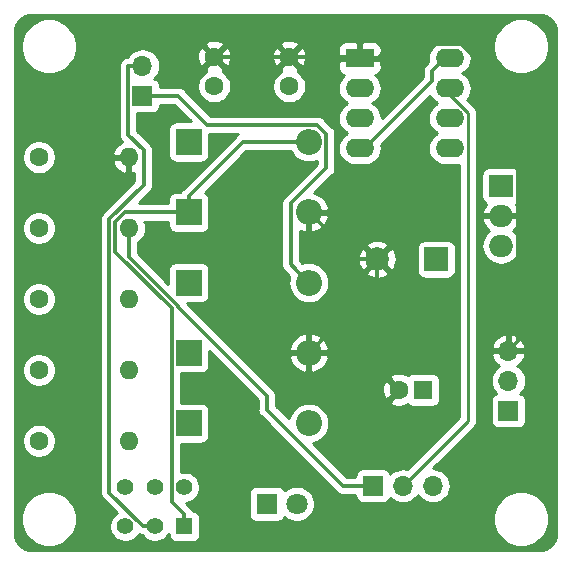
<source format=gbl>
G04 #@! TF.GenerationSoftware,KiCad,Pcbnew,(5.1.4)-1*
G04 #@! TF.CreationDate,2022-04-26T14:24:58-06:00*
G04 #@! TF.ProjectId,UselessBox V2,5573656c-6573-4734-926f-782056322e6b,2*
G04 #@! TF.SameCoordinates,Original*
G04 #@! TF.FileFunction,Copper,L2,Bot*
G04 #@! TF.FilePolarity,Positive*
%FSLAX46Y46*%
G04 Gerber Fmt 4.6, Leading zero omitted, Abs format (unit mm)*
G04 Created by KiCad (PCBNEW (5.1.4)-1) date 2022-04-26 14:24:58*
%MOMM*%
%LPD*%
G04 APERTURE LIST*
%ADD10C,1.600000*%
%ADD11O,1.700000X1.700000*%
%ADD12R,1.700000X1.700000*%
%ADD13O,2.200000X2.200000*%
%ADD14R,2.200000X2.200000*%
%ADD15R,2.000000X2.000000*%
%ADD16C,2.000000*%
%ADD17R,1.600000X1.600000*%
%ADD18R,1.800000X1.800000*%
%ADD19C,1.800000*%
%ADD20O,1.600000X1.600000*%
%ADD21R,1.400000X1.400000*%
%ADD22C,1.400000*%
%ADD23R,2.000000X1.905000*%
%ADD24O,2.000000X1.905000*%
%ADD25R,2.400000X1.600000*%
%ADD26O,2.400000X1.600000*%
%ADD27C,1.000000*%
%ADD28C,0.300000*%
%ADD29C,0.250000*%
%ADD30C,0.254000*%
G04 APERTURE END LIST*
D10*
X141859000Y-84544000D03*
X141859000Y-82044000D03*
D11*
X135763000Y-82804000D03*
D12*
X135763000Y-85344000D03*
D11*
X160370677Y-118364000D03*
X157830677Y-118364000D03*
D12*
X155290677Y-118364000D03*
D13*
X149860000Y-113057000D03*
D14*
X139700000Y-113057000D03*
D13*
X149860000Y-107106250D03*
D14*
X139700000Y-107106250D03*
D13*
X149860000Y-101155500D03*
D14*
X139700000Y-101155500D03*
D13*
X149860000Y-95204750D03*
D14*
X139700000Y-95204750D03*
D13*
X149860000Y-89254000D03*
D14*
X139700000Y-89254000D03*
D15*
X160655000Y-99187000D03*
D16*
X155655000Y-99187000D03*
D17*
X159512000Y-110236000D03*
D10*
X157512000Y-110236000D03*
X148209000Y-82044000D03*
X148209000Y-84544000D03*
D18*
X146304000Y-119888000D03*
D19*
X148844000Y-119888000D03*
D12*
X166751000Y-112014000D03*
D11*
X166751000Y-109474000D03*
X166751000Y-106934000D03*
D10*
X127000000Y-90551000D03*
D20*
X134620000Y-90551000D03*
X134620000Y-96551750D03*
D10*
X127000000Y-96551750D03*
X127000000Y-102552500D03*
D20*
X134620000Y-102552500D03*
X134620000Y-108553250D03*
D10*
X127000000Y-108553250D03*
X127000000Y-114554000D03*
D20*
X134620000Y-114554000D03*
D21*
X139319000Y-121793000D03*
D22*
X136819000Y-121793000D03*
X134319000Y-121793000D03*
X139319000Y-118493000D03*
X136819000Y-118493000D03*
X134319000Y-118493000D03*
D23*
X166116000Y-92964000D03*
D24*
X166116000Y-95504000D03*
X166116000Y-98044000D03*
D25*
X154178000Y-82169000D03*
D26*
X161798000Y-89789000D03*
X154178000Y-84709000D03*
X161798000Y-87249000D03*
X154178000Y-87249000D03*
X161798000Y-84709000D03*
X154178000Y-89789000D03*
X161798000Y-82169000D03*
D27*
X138277600Y-84023200D03*
X136804400Y-97790000D03*
X136753600Y-88138000D03*
X137109200Y-93776800D03*
D28*
X154382250Y-107106250D02*
X149860000Y-107106250D01*
X157512000Y-110236000D02*
X154382250Y-107106250D01*
X153842250Y-99187000D02*
X155655000Y-99187000D01*
X149860000Y-95204750D02*
X153842250Y-99187000D01*
X154053000Y-82044000D02*
X154178000Y-82169000D01*
X148209000Y-82044000D02*
X154053000Y-82044000D01*
X167416000Y-95504000D02*
X166116000Y-95504000D01*
X167566001Y-95353999D02*
X167416000Y-95504000D01*
X167566001Y-85769220D02*
X167566001Y-95353999D01*
X162715771Y-80918990D02*
X167566001Y-85769220D01*
X156928010Y-80918990D02*
X162715771Y-80918990D01*
X155678000Y-82169000D02*
X156928010Y-80918990D01*
X154178000Y-82169000D02*
X155678000Y-82169000D01*
X167600999Y-106084001D02*
X166751000Y-106934000D01*
X167416000Y-95504000D02*
X167600999Y-95688999D01*
X167600999Y-95688999D02*
X167600999Y-106084001D01*
X155655000Y-101311250D02*
X155655000Y-99187000D01*
X149860000Y-107106250D02*
X155655000Y-101311250D01*
X141859000Y-82044000D02*
X148209000Y-82044000D01*
D29*
X141125001Y-105545503D02*
X141125001Y-105565001D01*
D28*
X134620000Y-99005146D02*
X134637678Y-99022824D01*
X134620000Y-96551750D02*
X134620000Y-99005146D01*
X138750007Y-103190007D02*
X141125001Y-105565001D01*
X138750007Y-103135153D02*
X138750007Y-103190007D01*
X134620000Y-99005146D02*
X138750007Y-103135153D01*
X141125001Y-105565001D02*
X146304000Y-110744000D01*
X146304000Y-110744000D02*
X146304000Y-111912400D01*
X152755600Y-118364000D02*
X155290677Y-118364000D01*
X146304000Y-111912400D02*
X152755600Y-118364000D01*
D29*
X158680676Y-117514001D02*
X157830677Y-118364000D01*
X163323010Y-112871667D02*
X158680676Y-117514001D01*
X163323010Y-86783006D02*
X163323010Y-112871667D01*
X161798000Y-85257996D02*
X163323010Y-86783006D01*
X161798000Y-84709000D02*
X161798000Y-85257996D01*
D28*
X139700000Y-93804750D02*
X139700000Y-95204750D01*
X144250750Y-89254000D02*
X139700000Y-93804750D01*
X149860000Y-89254000D02*
X144250750Y-89254000D01*
X138300000Y-95204750D02*
X139700000Y-95204750D01*
X134264998Y-95204750D02*
X138300000Y-95204750D01*
X133469999Y-98562265D02*
X133469999Y-95999749D01*
X138249999Y-103342265D02*
X133469999Y-98562265D01*
X133469999Y-95999749D02*
X134264998Y-95204750D01*
X138249999Y-119723999D02*
X138249999Y-103342265D01*
X139319000Y-120793000D02*
X138249999Y-119723999D01*
X139319000Y-121793000D02*
X139319000Y-120793000D01*
X148760001Y-100055501D02*
X149860000Y-101155500D01*
X148309999Y-99605499D02*
X148760001Y-100055501D01*
X148309999Y-94460749D02*
X148309999Y-99605499D01*
X151310001Y-91460747D02*
X148309999Y-94460749D01*
X151310001Y-88557999D02*
X151310001Y-91460747D01*
X150556001Y-87803999D02*
X151310001Y-88557999D01*
X141260001Y-87803999D02*
X150556001Y-87803999D01*
X138800002Y-85344000D02*
X141260001Y-87803999D01*
X135763000Y-85344000D02*
X138800002Y-85344000D01*
X135829051Y-121793000D02*
X136819000Y-121793000D01*
X132969989Y-118933938D02*
X135829051Y-121793000D01*
X135763000Y-82804000D02*
X134560919Y-82804000D01*
X132969989Y-95792639D02*
X132969989Y-118933938D01*
X135870001Y-92892627D02*
X132969989Y-95792639D01*
X135870001Y-89950999D02*
X135870001Y-92892627D01*
X134560919Y-88641917D02*
X135870001Y-89950999D01*
X134560919Y-82804000D02*
X134560919Y-88641917D01*
X154578000Y-89789000D02*
X154178000Y-89789000D01*
X160298000Y-84069000D02*
X154578000Y-89789000D01*
X160298000Y-83269000D02*
X160298000Y-84069000D01*
X161398000Y-82169000D02*
X160298000Y-83269000D01*
X161798000Y-82169000D02*
X161398000Y-82169000D01*
D30*
G36*
X169683875Y-78540234D02*
G01*
X169939622Y-78617448D01*
X170175504Y-78742869D01*
X170382530Y-78911716D01*
X170552813Y-79117554D01*
X170679879Y-79352556D01*
X170758876Y-79607756D01*
X170790000Y-79903882D01*
X170790001Y-122399675D01*
X170760766Y-122697840D01*
X170683551Y-122953588D01*
X170558131Y-123189468D01*
X170389289Y-123396489D01*
X170183446Y-123566777D01*
X169948444Y-123693843D01*
X169693240Y-123772841D01*
X169397136Y-123803962D01*
X126397319Y-123800004D01*
X126099124Y-123770766D01*
X125843376Y-123693551D01*
X125607496Y-123568131D01*
X125400475Y-123399289D01*
X125230187Y-123193446D01*
X125103121Y-122958444D01*
X125024123Y-122703240D01*
X124993000Y-122407118D01*
X124993000Y-120925071D01*
X125478623Y-120925071D01*
X125478623Y-121390929D01*
X125569507Y-121847835D01*
X125747783Y-122278232D01*
X126006600Y-122665579D01*
X126336011Y-122994990D01*
X126723358Y-123253807D01*
X127153755Y-123432083D01*
X127610661Y-123522967D01*
X128076519Y-123522967D01*
X128533425Y-123432083D01*
X128963822Y-123253807D01*
X129351169Y-122994990D01*
X129680580Y-122665579D01*
X129939397Y-122278232D01*
X130117673Y-121847835D01*
X130208557Y-121390929D01*
X130208557Y-120925071D01*
X130117673Y-120468165D01*
X129939397Y-120037768D01*
X129680580Y-119650421D01*
X129351169Y-119321010D01*
X128963822Y-119062193D01*
X128533425Y-118883917D01*
X128076519Y-118793033D01*
X127610661Y-118793033D01*
X127153755Y-118883917D01*
X126723358Y-119062193D01*
X126336011Y-119321010D01*
X126006600Y-119650421D01*
X125747783Y-120037768D01*
X125569507Y-120468165D01*
X125478623Y-120925071D01*
X124993000Y-120925071D01*
X124993000Y-114412665D01*
X125565000Y-114412665D01*
X125565000Y-114695335D01*
X125620147Y-114972574D01*
X125728320Y-115233727D01*
X125885363Y-115468759D01*
X126085241Y-115668637D01*
X126320273Y-115825680D01*
X126581426Y-115933853D01*
X126858665Y-115989000D01*
X127141335Y-115989000D01*
X127418574Y-115933853D01*
X127679727Y-115825680D01*
X127914759Y-115668637D01*
X128114637Y-115468759D01*
X128271680Y-115233727D01*
X128379853Y-114972574D01*
X128435000Y-114695335D01*
X128435000Y-114412665D01*
X128379853Y-114135426D01*
X128271680Y-113874273D01*
X128114637Y-113639241D01*
X127914759Y-113439363D01*
X127679727Y-113282320D01*
X127418574Y-113174147D01*
X127141335Y-113119000D01*
X126858665Y-113119000D01*
X126581426Y-113174147D01*
X126320273Y-113282320D01*
X126085241Y-113439363D01*
X125885363Y-113639241D01*
X125728320Y-113874273D01*
X125620147Y-114135426D01*
X125565000Y-114412665D01*
X124993000Y-114412665D01*
X124993000Y-108411915D01*
X125565000Y-108411915D01*
X125565000Y-108694585D01*
X125620147Y-108971824D01*
X125728320Y-109232977D01*
X125885363Y-109468009D01*
X126085241Y-109667887D01*
X126320273Y-109824930D01*
X126581426Y-109933103D01*
X126858665Y-109988250D01*
X127141335Y-109988250D01*
X127418574Y-109933103D01*
X127679727Y-109824930D01*
X127914759Y-109667887D01*
X128114637Y-109468009D01*
X128271680Y-109232977D01*
X128379853Y-108971824D01*
X128435000Y-108694585D01*
X128435000Y-108411915D01*
X128379853Y-108134676D01*
X128271680Y-107873523D01*
X128114637Y-107638491D01*
X127914759Y-107438613D01*
X127679727Y-107281570D01*
X127418574Y-107173397D01*
X127141335Y-107118250D01*
X126858665Y-107118250D01*
X126581426Y-107173397D01*
X126320273Y-107281570D01*
X126085241Y-107438613D01*
X125885363Y-107638491D01*
X125728320Y-107873523D01*
X125620147Y-108134676D01*
X125565000Y-108411915D01*
X124993000Y-108411915D01*
X124993000Y-102411165D01*
X125565000Y-102411165D01*
X125565000Y-102693835D01*
X125620147Y-102971074D01*
X125728320Y-103232227D01*
X125885363Y-103467259D01*
X126085241Y-103667137D01*
X126320273Y-103824180D01*
X126581426Y-103932353D01*
X126858665Y-103987500D01*
X127141335Y-103987500D01*
X127418574Y-103932353D01*
X127679727Y-103824180D01*
X127914759Y-103667137D01*
X128114637Y-103467259D01*
X128271680Y-103232227D01*
X128379853Y-102971074D01*
X128435000Y-102693835D01*
X128435000Y-102411165D01*
X128379853Y-102133926D01*
X128271680Y-101872773D01*
X128114637Y-101637741D01*
X127914759Y-101437863D01*
X127679727Y-101280820D01*
X127418574Y-101172647D01*
X127141335Y-101117500D01*
X126858665Y-101117500D01*
X126581426Y-101172647D01*
X126320273Y-101280820D01*
X126085241Y-101437863D01*
X125885363Y-101637741D01*
X125728320Y-101872773D01*
X125620147Y-102133926D01*
X125565000Y-102411165D01*
X124993000Y-102411165D01*
X124993000Y-96410415D01*
X125565000Y-96410415D01*
X125565000Y-96693085D01*
X125620147Y-96970324D01*
X125728320Y-97231477D01*
X125885363Y-97466509D01*
X126085241Y-97666387D01*
X126320273Y-97823430D01*
X126581426Y-97931603D01*
X126858665Y-97986750D01*
X127141335Y-97986750D01*
X127418574Y-97931603D01*
X127679727Y-97823430D01*
X127914759Y-97666387D01*
X128114637Y-97466509D01*
X128271680Y-97231477D01*
X128379853Y-96970324D01*
X128435000Y-96693085D01*
X128435000Y-96410415D01*
X128379853Y-96133176D01*
X128271680Y-95872023D01*
X128218638Y-95792639D01*
X132181192Y-95792639D01*
X132184989Y-95831192D01*
X132184990Y-118895375D01*
X132181192Y-118933938D01*
X132196348Y-119087824D01*
X132241235Y-119235797D01*
X132241236Y-119235798D01*
X132314128Y-119372171D01*
X132352670Y-119419134D01*
X132387644Y-119461750D01*
X132387648Y-119461754D01*
X132412226Y-119491702D01*
X132442174Y-119516280D01*
X133596238Y-120670344D01*
X133467987Y-120756038D01*
X133282038Y-120941987D01*
X133135939Y-121160641D01*
X133035304Y-121403595D01*
X132984000Y-121661514D01*
X132984000Y-121924486D01*
X133035304Y-122182405D01*
X133135939Y-122425359D01*
X133282038Y-122644013D01*
X133467987Y-122829962D01*
X133686641Y-122976061D01*
X133929595Y-123076696D01*
X134187514Y-123128000D01*
X134450486Y-123128000D01*
X134708405Y-123076696D01*
X134951359Y-122976061D01*
X135170013Y-122829962D01*
X135355962Y-122644013D01*
X135461215Y-122486490D01*
X135527191Y-122521754D01*
X135620026Y-122549915D01*
X135675163Y-122566641D01*
X135689541Y-122568057D01*
X135734227Y-122572458D01*
X135782038Y-122644013D01*
X135967987Y-122829962D01*
X136186641Y-122976061D01*
X136429595Y-123076696D01*
X136687514Y-123128000D01*
X136950486Y-123128000D01*
X137208405Y-123076696D01*
X137451359Y-122976061D01*
X137670013Y-122829962D01*
X137855962Y-122644013D01*
X137980928Y-122456987D01*
X137980928Y-122493000D01*
X137993188Y-122617482D01*
X138029498Y-122737180D01*
X138088463Y-122847494D01*
X138167815Y-122944185D01*
X138264506Y-123023537D01*
X138374820Y-123082502D01*
X138494518Y-123118812D01*
X138619000Y-123131072D01*
X140019000Y-123131072D01*
X140143482Y-123118812D01*
X140263180Y-123082502D01*
X140373494Y-123023537D01*
X140470185Y-122944185D01*
X140549537Y-122847494D01*
X140608502Y-122737180D01*
X140644812Y-122617482D01*
X140657072Y-122493000D01*
X140657072Y-121093000D01*
X140644812Y-120968518D01*
X140608502Y-120848820D01*
X140549537Y-120738506D01*
X140470185Y-120641815D01*
X140373494Y-120562463D01*
X140263180Y-120503498D01*
X140143482Y-120467188D01*
X140028921Y-120455905D01*
X139974862Y-120354767D01*
X139876764Y-120235236D01*
X139846810Y-120210653D01*
X139461889Y-119825732D01*
X139708405Y-119776696D01*
X139951359Y-119676061D01*
X140170013Y-119529962D01*
X140355962Y-119344013D01*
X140502061Y-119125359D01*
X140558957Y-118988000D01*
X144765928Y-118988000D01*
X144765928Y-120788000D01*
X144778188Y-120912482D01*
X144814498Y-121032180D01*
X144873463Y-121142494D01*
X144952815Y-121239185D01*
X145049506Y-121318537D01*
X145159820Y-121377502D01*
X145279518Y-121413812D01*
X145404000Y-121426072D01*
X147204000Y-121426072D01*
X147328482Y-121413812D01*
X147448180Y-121377502D01*
X147558494Y-121318537D01*
X147655185Y-121239185D01*
X147734537Y-121142494D01*
X147793502Y-121032180D01*
X147799056Y-121013873D01*
X147865495Y-121080312D01*
X148116905Y-121248299D01*
X148396257Y-121364011D01*
X148692816Y-121423000D01*
X148995184Y-121423000D01*
X149291743Y-121364011D01*
X149571095Y-121248299D01*
X149822505Y-121080312D01*
X149977746Y-120925071D01*
X165478623Y-120925071D01*
X165478623Y-121390929D01*
X165569507Y-121847835D01*
X165747783Y-122278232D01*
X166006600Y-122665579D01*
X166336011Y-122994990D01*
X166723358Y-123253807D01*
X167153755Y-123432083D01*
X167610661Y-123522967D01*
X168076519Y-123522967D01*
X168533425Y-123432083D01*
X168963822Y-123253807D01*
X169351169Y-122994990D01*
X169680580Y-122665579D01*
X169939397Y-122278232D01*
X170117673Y-121847835D01*
X170208557Y-121390929D01*
X170208557Y-120925071D01*
X170117673Y-120468165D01*
X169939397Y-120037768D01*
X169680580Y-119650421D01*
X169351169Y-119321010D01*
X168963822Y-119062193D01*
X168533425Y-118883917D01*
X168076519Y-118793033D01*
X167610661Y-118793033D01*
X167153755Y-118883917D01*
X166723358Y-119062193D01*
X166336011Y-119321010D01*
X166006600Y-119650421D01*
X165747783Y-120037768D01*
X165569507Y-120468165D01*
X165478623Y-120925071D01*
X149977746Y-120925071D01*
X150036312Y-120866505D01*
X150204299Y-120615095D01*
X150320011Y-120335743D01*
X150379000Y-120039184D01*
X150379000Y-119736816D01*
X150320011Y-119440257D01*
X150204299Y-119160905D01*
X150036312Y-118909495D01*
X149822505Y-118695688D01*
X149571095Y-118527701D01*
X149291743Y-118411989D01*
X148995184Y-118353000D01*
X148692816Y-118353000D01*
X148396257Y-118411989D01*
X148116905Y-118527701D01*
X147865495Y-118695688D01*
X147799056Y-118762127D01*
X147793502Y-118743820D01*
X147734537Y-118633506D01*
X147655185Y-118536815D01*
X147558494Y-118457463D01*
X147448180Y-118398498D01*
X147328482Y-118362188D01*
X147204000Y-118349928D01*
X145404000Y-118349928D01*
X145279518Y-118362188D01*
X145159820Y-118398498D01*
X145049506Y-118457463D01*
X144952815Y-118536815D01*
X144873463Y-118633506D01*
X144814498Y-118743820D01*
X144778188Y-118863518D01*
X144765928Y-118988000D01*
X140558957Y-118988000D01*
X140602696Y-118882405D01*
X140654000Y-118624486D01*
X140654000Y-118361514D01*
X140602696Y-118103595D01*
X140502061Y-117860641D01*
X140355962Y-117641987D01*
X140170013Y-117456038D01*
X139951359Y-117309939D01*
X139708405Y-117209304D01*
X139450486Y-117158000D01*
X139187514Y-117158000D01*
X139034999Y-117188338D01*
X139034999Y-114795072D01*
X140800000Y-114795072D01*
X140924482Y-114782812D01*
X141044180Y-114746502D01*
X141154494Y-114687537D01*
X141251185Y-114608185D01*
X141330537Y-114511494D01*
X141389502Y-114401180D01*
X141425812Y-114281482D01*
X141438072Y-114157000D01*
X141438072Y-111957000D01*
X141425812Y-111832518D01*
X141389502Y-111712820D01*
X141330537Y-111602506D01*
X141251185Y-111505815D01*
X141154494Y-111426463D01*
X141044180Y-111367498D01*
X140924482Y-111331188D01*
X140800000Y-111318928D01*
X139034999Y-111318928D01*
X139034999Y-108844322D01*
X140800000Y-108844322D01*
X140924482Y-108832062D01*
X141044180Y-108795752D01*
X141154494Y-108736787D01*
X141251185Y-108657435D01*
X141330537Y-108560744D01*
X141389502Y-108450430D01*
X141425812Y-108330732D01*
X141438072Y-108206250D01*
X141438072Y-106988229D01*
X145519000Y-111069157D01*
X145519001Y-111873838D01*
X145515203Y-111912400D01*
X145530359Y-112066286D01*
X145575246Y-112214259D01*
X145609177Y-112277740D01*
X145648139Y-112350633D01*
X145680309Y-112389832D01*
X145721655Y-112440212D01*
X145721659Y-112440216D01*
X145746237Y-112470164D01*
X145776185Y-112494742D01*
X152173258Y-118891816D01*
X152197836Y-118921764D01*
X152227784Y-118946342D01*
X152227787Y-118946345D01*
X152232677Y-118950358D01*
X152317367Y-119019862D01*
X152453740Y-119092754D01*
X152561225Y-119125359D01*
X152601712Y-119137641D01*
X152616090Y-119139057D01*
X152717039Y-119149000D01*
X152717046Y-119149000D01*
X152755599Y-119152797D01*
X152794152Y-119149000D01*
X153802605Y-119149000D01*
X153802605Y-119214000D01*
X153814865Y-119338482D01*
X153851175Y-119458180D01*
X153910140Y-119568494D01*
X153989492Y-119665185D01*
X154086183Y-119744537D01*
X154196497Y-119803502D01*
X154316195Y-119839812D01*
X154440677Y-119852072D01*
X156140677Y-119852072D01*
X156265159Y-119839812D01*
X156384857Y-119803502D01*
X156495171Y-119744537D01*
X156591862Y-119665185D01*
X156671214Y-119568494D01*
X156730179Y-119458180D01*
X156751070Y-119389313D01*
X156775543Y-119419134D01*
X157001663Y-119604706D01*
X157259643Y-119742599D01*
X157539566Y-119827513D01*
X157757727Y-119849000D01*
X157903627Y-119849000D01*
X158121788Y-119827513D01*
X158401711Y-119742599D01*
X158659691Y-119604706D01*
X158885811Y-119419134D01*
X159071383Y-119193014D01*
X159100677Y-119138209D01*
X159129971Y-119193014D01*
X159315543Y-119419134D01*
X159541663Y-119604706D01*
X159799643Y-119742599D01*
X160079566Y-119827513D01*
X160297727Y-119849000D01*
X160443627Y-119849000D01*
X160661788Y-119827513D01*
X160941711Y-119742599D01*
X161199691Y-119604706D01*
X161425811Y-119419134D01*
X161611383Y-119193014D01*
X161749276Y-118935034D01*
X161834190Y-118655111D01*
X161862862Y-118364000D01*
X161834190Y-118072889D01*
X161749276Y-117792966D01*
X161611383Y-117534986D01*
X161425811Y-117308866D01*
X161199691Y-117123294D01*
X160941711Y-116985401D01*
X160661788Y-116900487D01*
X160443627Y-116879000D01*
X160390478Y-116879000D01*
X163834013Y-113435466D01*
X163863011Y-113411668D01*
X163957984Y-113295943D01*
X164028556Y-113163914D01*
X164072013Y-113020653D01*
X164083010Y-112909000D01*
X164083010Y-112908992D01*
X164086686Y-112871667D01*
X164083010Y-112834342D01*
X164083010Y-109474000D01*
X165258815Y-109474000D01*
X165287487Y-109765111D01*
X165372401Y-110045034D01*
X165510294Y-110303014D01*
X165695866Y-110529134D01*
X165725687Y-110553607D01*
X165656820Y-110574498D01*
X165546506Y-110633463D01*
X165449815Y-110712815D01*
X165370463Y-110809506D01*
X165311498Y-110919820D01*
X165275188Y-111039518D01*
X165262928Y-111164000D01*
X165262928Y-112864000D01*
X165275188Y-112988482D01*
X165311498Y-113108180D01*
X165370463Y-113218494D01*
X165449815Y-113315185D01*
X165546506Y-113394537D01*
X165656820Y-113453502D01*
X165776518Y-113489812D01*
X165901000Y-113502072D01*
X167601000Y-113502072D01*
X167725482Y-113489812D01*
X167845180Y-113453502D01*
X167955494Y-113394537D01*
X168052185Y-113315185D01*
X168131537Y-113218494D01*
X168190502Y-113108180D01*
X168226812Y-112988482D01*
X168239072Y-112864000D01*
X168239072Y-111164000D01*
X168226812Y-111039518D01*
X168190502Y-110919820D01*
X168131537Y-110809506D01*
X168052185Y-110712815D01*
X167955494Y-110633463D01*
X167845180Y-110574498D01*
X167776313Y-110553607D01*
X167806134Y-110529134D01*
X167991706Y-110303014D01*
X168129599Y-110045034D01*
X168214513Y-109765111D01*
X168243185Y-109474000D01*
X168214513Y-109182889D01*
X168129599Y-108902966D01*
X167991706Y-108644986D01*
X167806134Y-108418866D01*
X167580014Y-108233294D01*
X167515477Y-108198799D01*
X167632355Y-108129178D01*
X167848588Y-107934269D01*
X168022641Y-107700920D01*
X168147825Y-107438099D01*
X168192476Y-107290890D01*
X168071155Y-107061000D01*
X166878000Y-107061000D01*
X166878000Y-107081000D01*
X166624000Y-107081000D01*
X166624000Y-107061000D01*
X165430845Y-107061000D01*
X165309524Y-107290890D01*
X165354175Y-107438099D01*
X165479359Y-107700920D01*
X165653412Y-107934269D01*
X165869645Y-108129178D01*
X165986523Y-108198799D01*
X165921986Y-108233294D01*
X165695866Y-108418866D01*
X165510294Y-108644986D01*
X165372401Y-108902966D01*
X165287487Y-109182889D01*
X165258815Y-109474000D01*
X164083010Y-109474000D01*
X164083010Y-106577110D01*
X165309524Y-106577110D01*
X165430845Y-106807000D01*
X166624000Y-106807000D01*
X166624000Y-105613186D01*
X166878000Y-105613186D01*
X166878000Y-106807000D01*
X168071155Y-106807000D01*
X168192476Y-106577110D01*
X168147825Y-106429901D01*
X168022641Y-106167080D01*
X167848588Y-105933731D01*
X167632355Y-105738822D01*
X167382252Y-105589843D01*
X167107891Y-105492519D01*
X166878000Y-105613186D01*
X166624000Y-105613186D01*
X166394109Y-105492519D01*
X166119748Y-105589843D01*
X165869645Y-105738822D01*
X165653412Y-105933731D01*
X165479359Y-106167080D01*
X165354175Y-106429901D01*
X165309524Y-106577110D01*
X164083010Y-106577110D01*
X164083010Y-98044000D01*
X164473319Y-98044000D01*
X164503970Y-98355204D01*
X164594745Y-98654449D01*
X164742155Y-98930235D01*
X164940537Y-99171963D01*
X165182265Y-99370345D01*
X165458051Y-99517755D01*
X165757296Y-99608530D01*
X165990514Y-99631500D01*
X166241486Y-99631500D01*
X166474704Y-99608530D01*
X166773949Y-99517755D01*
X167049735Y-99370345D01*
X167291463Y-99171963D01*
X167489845Y-98930235D01*
X167637255Y-98654449D01*
X167728030Y-98355204D01*
X167758681Y-98044000D01*
X167728030Y-97732796D01*
X167637255Y-97433551D01*
X167489845Y-97157765D01*
X167291463Y-96916037D01*
X167112101Y-96768837D01*
X167297315Y-96613437D01*
X167491969Y-96370923D01*
X167635571Y-96095094D01*
X167706563Y-95876980D01*
X167586594Y-95631000D01*
X166243000Y-95631000D01*
X166243000Y-95651000D01*
X165989000Y-95651000D01*
X165989000Y-95631000D01*
X164645406Y-95631000D01*
X164525437Y-95876980D01*
X164596429Y-96095094D01*
X164740031Y-96370923D01*
X164934685Y-96613437D01*
X165119899Y-96768837D01*
X164940537Y-96916037D01*
X164742155Y-97157765D01*
X164594745Y-97433551D01*
X164503970Y-97732796D01*
X164473319Y-98044000D01*
X164083010Y-98044000D01*
X164083010Y-92011500D01*
X164477928Y-92011500D01*
X164477928Y-93916500D01*
X164490188Y-94040982D01*
X164526498Y-94160680D01*
X164585463Y-94270994D01*
X164664815Y-94367685D01*
X164761506Y-94447037D01*
X164853219Y-94496059D01*
X164740031Y-94637077D01*
X164596429Y-94912906D01*
X164525437Y-95131020D01*
X164645406Y-95377000D01*
X165989000Y-95377000D01*
X165989000Y-95357000D01*
X166243000Y-95357000D01*
X166243000Y-95377000D01*
X167586594Y-95377000D01*
X167706563Y-95131020D01*
X167635571Y-94912906D01*
X167491969Y-94637077D01*
X167378781Y-94496059D01*
X167470494Y-94447037D01*
X167567185Y-94367685D01*
X167646537Y-94270994D01*
X167705502Y-94160680D01*
X167741812Y-94040982D01*
X167754072Y-93916500D01*
X167754072Y-92011500D01*
X167741812Y-91887018D01*
X167705502Y-91767320D01*
X167646537Y-91657006D01*
X167567185Y-91560315D01*
X167470494Y-91480963D01*
X167360180Y-91421998D01*
X167240482Y-91385688D01*
X167116000Y-91373428D01*
X165116000Y-91373428D01*
X164991518Y-91385688D01*
X164871820Y-91421998D01*
X164761506Y-91480963D01*
X164664815Y-91560315D01*
X164585463Y-91657006D01*
X164526498Y-91767320D01*
X164490188Y-91887018D01*
X164477928Y-92011500D01*
X164083010Y-92011500D01*
X164083010Y-86820329D01*
X164086686Y-86783006D01*
X164083010Y-86745683D01*
X164083010Y-86745673D01*
X164072013Y-86634020D01*
X164028556Y-86490759D01*
X163957984Y-86358730D01*
X163863011Y-86243005D01*
X163834014Y-86219208D01*
X163274315Y-85659510D01*
X163396932Y-85510101D01*
X163530182Y-85260808D01*
X163612236Y-84990309D01*
X163639943Y-84709000D01*
X163612236Y-84427691D01*
X163530182Y-84157192D01*
X163396932Y-83907899D01*
X163217608Y-83689392D01*
X162999101Y-83510068D01*
X162866142Y-83439000D01*
X162999101Y-83367932D01*
X163217608Y-83188608D01*
X163396932Y-82970101D01*
X163530182Y-82720808D01*
X163612236Y-82450309D01*
X163639943Y-82169000D01*
X163612236Y-81887691D01*
X163530182Y-81617192D01*
X163396932Y-81367899D01*
X163217608Y-81149392D01*
X162999101Y-80970068D01*
X162914918Y-80925071D01*
X165478623Y-80925071D01*
X165478623Y-81390929D01*
X165569507Y-81847835D01*
X165747783Y-82278232D01*
X166006600Y-82665579D01*
X166336011Y-82994990D01*
X166723358Y-83253807D01*
X167153755Y-83432083D01*
X167610661Y-83522967D01*
X168076519Y-83522967D01*
X168533425Y-83432083D01*
X168963822Y-83253807D01*
X169351169Y-82994990D01*
X169680580Y-82665579D01*
X169939397Y-82278232D01*
X170117673Y-81847835D01*
X170208557Y-81390929D01*
X170208557Y-80925071D01*
X170117673Y-80468165D01*
X169939397Y-80037768D01*
X169680580Y-79650421D01*
X169351169Y-79321010D01*
X168963822Y-79062193D01*
X168533425Y-78883917D01*
X168076519Y-78793033D01*
X167610661Y-78793033D01*
X167153755Y-78883917D01*
X166723358Y-79062193D01*
X166336011Y-79321010D01*
X166006600Y-79650421D01*
X165747783Y-80037768D01*
X165569507Y-80468165D01*
X165478623Y-80925071D01*
X162914918Y-80925071D01*
X162749808Y-80836818D01*
X162479309Y-80754764D01*
X162268492Y-80734000D01*
X161327508Y-80734000D01*
X161116691Y-80754764D01*
X160846192Y-80836818D01*
X160596899Y-80970068D01*
X160378392Y-81149392D01*
X160199068Y-81367899D01*
X160065818Y-81617192D01*
X159983764Y-81887691D01*
X159956057Y-82169000D01*
X159983764Y-82450309D01*
X159989063Y-82467779D01*
X159770190Y-82686653D01*
X159740236Y-82711236D01*
X159642138Y-82830768D01*
X159569246Y-82967141D01*
X159524359Y-83115114D01*
X159513000Y-83230440D01*
X159513000Y-83230447D01*
X159509203Y-83269000D01*
X159513000Y-83307553D01*
X159513000Y-83743843D01*
X156018858Y-87237985D01*
X155992236Y-86967691D01*
X155910182Y-86697192D01*
X155776932Y-86447899D01*
X155597608Y-86229392D01*
X155379101Y-86050068D01*
X155246142Y-85979000D01*
X155379101Y-85907932D01*
X155597608Y-85728608D01*
X155776932Y-85510101D01*
X155910182Y-85260808D01*
X155992236Y-84990309D01*
X156019943Y-84709000D01*
X155992236Y-84427691D01*
X155910182Y-84157192D01*
X155776932Y-83907899D01*
X155597608Y-83689392D01*
X155484518Y-83596581D01*
X155502482Y-83594812D01*
X155622180Y-83558502D01*
X155732494Y-83499537D01*
X155829185Y-83420185D01*
X155908537Y-83323494D01*
X155967502Y-83213180D01*
X156003812Y-83093482D01*
X156016072Y-82969000D01*
X156013000Y-82454750D01*
X155854250Y-82296000D01*
X154305000Y-82296000D01*
X154305000Y-82316000D01*
X154051000Y-82316000D01*
X154051000Y-82296000D01*
X152501750Y-82296000D01*
X152343000Y-82454750D01*
X152339928Y-82969000D01*
X152352188Y-83093482D01*
X152388498Y-83213180D01*
X152447463Y-83323494D01*
X152526815Y-83420185D01*
X152623506Y-83499537D01*
X152733820Y-83558502D01*
X152853518Y-83594812D01*
X152871482Y-83596581D01*
X152758392Y-83689392D01*
X152579068Y-83907899D01*
X152445818Y-84157192D01*
X152363764Y-84427691D01*
X152336057Y-84709000D01*
X152363764Y-84990309D01*
X152445818Y-85260808D01*
X152579068Y-85510101D01*
X152758392Y-85728608D01*
X152976899Y-85907932D01*
X153109858Y-85979000D01*
X152976899Y-86050068D01*
X152758392Y-86229392D01*
X152579068Y-86447899D01*
X152445818Y-86697192D01*
X152363764Y-86967691D01*
X152336057Y-87249000D01*
X152363764Y-87530309D01*
X152445818Y-87800808D01*
X152579068Y-88050101D01*
X152758392Y-88268608D01*
X152976899Y-88447932D01*
X153109858Y-88519000D01*
X152976899Y-88590068D01*
X152758392Y-88769392D01*
X152579068Y-88987899D01*
X152445818Y-89237192D01*
X152363764Y-89507691D01*
X152336057Y-89789000D01*
X152363764Y-90070309D01*
X152445818Y-90340808D01*
X152579068Y-90590101D01*
X152758392Y-90808608D01*
X152976899Y-90987932D01*
X153226192Y-91121182D01*
X153496691Y-91203236D01*
X153707508Y-91224000D01*
X154648492Y-91224000D01*
X154859309Y-91203236D01*
X155129808Y-91121182D01*
X155379101Y-90987932D01*
X155597608Y-90808608D01*
X155776932Y-90590101D01*
X155910182Y-90340808D01*
X155992236Y-90070309D01*
X156019943Y-89789000D01*
X155992236Y-89507691D01*
X155986936Y-89490221D01*
X160118252Y-85358905D01*
X160199068Y-85510101D01*
X160378392Y-85728608D01*
X160596899Y-85907932D01*
X160729858Y-85979000D01*
X160596899Y-86050068D01*
X160378392Y-86229392D01*
X160199068Y-86447899D01*
X160065818Y-86697192D01*
X159983764Y-86967691D01*
X159956057Y-87249000D01*
X159983764Y-87530309D01*
X160065818Y-87800808D01*
X160199068Y-88050101D01*
X160378392Y-88268608D01*
X160596899Y-88447932D01*
X160729858Y-88519000D01*
X160596899Y-88590068D01*
X160378392Y-88769392D01*
X160199068Y-88987899D01*
X160065818Y-89237192D01*
X159983764Y-89507691D01*
X159956057Y-89789000D01*
X159983764Y-90070309D01*
X160065818Y-90340808D01*
X160199068Y-90590101D01*
X160378392Y-90808608D01*
X160596899Y-90987932D01*
X160846192Y-91121182D01*
X161116691Y-91203236D01*
X161327508Y-91224000D01*
X162268492Y-91224000D01*
X162479309Y-91203236D01*
X162563010Y-91177846D01*
X162563011Y-112556864D01*
X158196673Y-116923203D01*
X158121788Y-116900487D01*
X157903627Y-116879000D01*
X157757727Y-116879000D01*
X157539566Y-116900487D01*
X157259643Y-116985401D01*
X157001663Y-117123294D01*
X156775543Y-117308866D01*
X156751070Y-117338687D01*
X156730179Y-117269820D01*
X156671214Y-117159506D01*
X156591862Y-117062815D01*
X156495171Y-116983463D01*
X156384857Y-116924498D01*
X156265159Y-116888188D01*
X156140677Y-116875928D01*
X154440677Y-116875928D01*
X154316195Y-116888188D01*
X154196497Y-116924498D01*
X154086183Y-116983463D01*
X153989492Y-117062815D01*
X153910140Y-117159506D01*
X153851175Y-117269820D01*
X153814865Y-117389518D01*
X153802605Y-117514000D01*
X153802605Y-117579000D01*
X153080758Y-117579000D01*
X150252702Y-114750944D01*
X150527168Y-114667686D01*
X150828578Y-114506579D01*
X151092766Y-114289766D01*
X151309579Y-114025578D01*
X151470686Y-113724168D01*
X151569895Y-113397119D01*
X151603394Y-113057000D01*
X151569895Y-112716881D01*
X151470686Y-112389832D01*
X151309579Y-112088422D01*
X151092766Y-111824234D01*
X150828578Y-111607421D01*
X150527168Y-111446314D01*
X150200119Y-111347105D01*
X149945225Y-111322000D01*
X149774775Y-111322000D01*
X149519881Y-111347105D01*
X149192832Y-111446314D01*
X148891422Y-111607421D01*
X148627234Y-111824234D01*
X148410421Y-112088422D01*
X148249314Y-112389832D01*
X148166056Y-112664298D01*
X147089000Y-111587243D01*
X147089000Y-110782556D01*
X147092797Y-110744000D01*
X147089000Y-110705440D01*
X147089000Y-110705439D01*
X147081911Y-110633463D01*
X147077642Y-110590113D01*
X147032754Y-110442140D01*
X147018571Y-110415605D01*
X146960261Y-110306512D01*
X156071783Y-110306512D01*
X156113213Y-110586130D01*
X156208397Y-110852292D01*
X156275329Y-110977514D01*
X156519298Y-111049097D01*
X157332395Y-110236000D01*
X156519298Y-109422903D01*
X156275329Y-109494486D01*
X156154429Y-109749996D01*
X156085700Y-110024184D01*
X156071783Y-110306512D01*
X146960261Y-110306512D01*
X146959862Y-110305767D01*
X146861764Y-110186236D01*
X146831811Y-110161654D01*
X145913455Y-109243298D01*
X156698903Y-109243298D01*
X157512000Y-110056395D01*
X157526143Y-110042253D01*
X157705748Y-110221858D01*
X157691605Y-110236000D01*
X157705748Y-110250143D01*
X157526143Y-110429748D01*
X157512000Y-110415605D01*
X156698903Y-111228702D01*
X156770486Y-111472671D01*
X157025996Y-111593571D01*
X157300184Y-111662300D01*
X157582512Y-111676217D01*
X157862130Y-111634787D01*
X158128292Y-111539603D01*
X158250309Y-111474384D01*
X158260815Y-111487185D01*
X158357506Y-111566537D01*
X158467820Y-111625502D01*
X158587518Y-111661812D01*
X158712000Y-111674072D01*
X160312000Y-111674072D01*
X160436482Y-111661812D01*
X160556180Y-111625502D01*
X160666494Y-111566537D01*
X160763185Y-111487185D01*
X160842537Y-111390494D01*
X160901502Y-111280180D01*
X160937812Y-111160482D01*
X160950072Y-111036000D01*
X160950072Y-109436000D01*
X160937812Y-109311518D01*
X160901502Y-109191820D01*
X160842537Y-109081506D01*
X160763185Y-108984815D01*
X160666494Y-108905463D01*
X160556180Y-108846498D01*
X160436482Y-108810188D01*
X160312000Y-108797928D01*
X158712000Y-108797928D01*
X158587518Y-108810188D01*
X158467820Y-108846498D01*
X158357506Y-108905463D01*
X158260815Y-108984815D01*
X158250193Y-108997758D01*
X157998004Y-108878429D01*
X157723816Y-108809700D01*
X157441488Y-108795783D01*
X157161870Y-108837213D01*
X156895708Y-108932397D01*
X156770486Y-108999329D01*
X156698903Y-109243298D01*
X145913455Y-109243298D01*
X144172529Y-107502372D01*
X148170825Y-107502372D01*
X148235425Y-107715344D01*
X148385469Y-108020579D01*
X148592178Y-108290677D01*
X148847609Y-108515258D01*
X149141946Y-108685692D01*
X149463877Y-108795429D01*
X149733000Y-108677850D01*
X149733000Y-107233250D01*
X149987000Y-107233250D01*
X149987000Y-108677850D01*
X150256123Y-108795429D01*
X150578054Y-108685692D01*
X150872391Y-108515258D01*
X151127822Y-108290677D01*
X151334531Y-108020579D01*
X151484575Y-107715344D01*
X151549175Y-107502372D01*
X151431125Y-107233250D01*
X149987000Y-107233250D01*
X149733000Y-107233250D01*
X148288875Y-107233250D01*
X148170825Y-107502372D01*
X144172529Y-107502372D01*
X143380285Y-106710128D01*
X148170825Y-106710128D01*
X148288875Y-106979250D01*
X149733000Y-106979250D01*
X149733000Y-105534650D01*
X149987000Y-105534650D01*
X149987000Y-106979250D01*
X151431125Y-106979250D01*
X151549175Y-106710128D01*
X151484575Y-106497156D01*
X151334531Y-106191921D01*
X151127822Y-105921823D01*
X150872391Y-105697242D01*
X150578054Y-105526808D01*
X150256123Y-105417071D01*
X149987000Y-105534650D01*
X149733000Y-105534650D01*
X149463877Y-105417071D01*
X149141946Y-105526808D01*
X148847609Y-105697242D01*
X148592178Y-105921823D01*
X148385469Y-106191921D01*
X148235425Y-106497156D01*
X148170825Y-106710128D01*
X143380285Y-106710128D01*
X139563729Y-102893572D01*
X140800000Y-102893572D01*
X140924482Y-102881312D01*
X141044180Y-102845002D01*
X141154494Y-102786037D01*
X141251185Y-102706685D01*
X141330537Y-102609994D01*
X141389502Y-102499680D01*
X141425812Y-102379982D01*
X141438072Y-102255500D01*
X141438072Y-100055500D01*
X141425812Y-99931018D01*
X141389502Y-99811320D01*
X141330537Y-99701006D01*
X141251185Y-99604315D01*
X141154494Y-99524963D01*
X141044180Y-99465998D01*
X140924482Y-99429688D01*
X140800000Y-99417428D01*
X138600000Y-99417428D01*
X138475518Y-99429688D01*
X138355820Y-99465998D01*
X138245506Y-99524963D01*
X138148815Y-99604315D01*
X138069463Y-99701006D01*
X138010498Y-99811320D01*
X137974188Y-99931018D01*
X137961928Y-100055500D01*
X137961928Y-101236916D01*
X135405000Y-98679989D01*
X135405000Y-97759288D01*
X135421101Y-97750682D01*
X135639608Y-97571358D01*
X135818932Y-97352851D01*
X135952182Y-97103558D01*
X136034236Y-96833059D01*
X136061943Y-96551750D01*
X136034236Y-96270441D01*
X135952182Y-95999942D01*
X135946734Y-95989750D01*
X137961928Y-95989750D01*
X137961928Y-96304750D01*
X137974188Y-96429232D01*
X138010498Y-96548930D01*
X138069463Y-96659244D01*
X138148815Y-96755935D01*
X138245506Y-96835287D01*
X138355820Y-96894252D01*
X138475518Y-96930562D01*
X138600000Y-96942822D01*
X140800000Y-96942822D01*
X140924482Y-96930562D01*
X141044180Y-96894252D01*
X141154494Y-96835287D01*
X141251185Y-96755935D01*
X141330537Y-96659244D01*
X141389502Y-96548930D01*
X141425812Y-96429232D01*
X141438072Y-96304750D01*
X141438072Y-94104750D01*
X141425812Y-93980268D01*
X141389502Y-93860570D01*
X141330537Y-93750256D01*
X141251185Y-93653565D01*
X141154494Y-93574213D01*
X141080334Y-93534573D01*
X144575908Y-90039000D01*
X148312297Y-90039000D01*
X148410421Y-90222578D01*
X148627234Y-90486766D01*
X148891422Y-90703579D01*
X149192832Y-90864686D01*
X149519881Y-90963895D01*
X149774775Y-90989000D01*
X149945225Y-90989000D01*
X150200119Y-90963895D01*
X150525002Y-90865343D01*
X150525002Y-91135589D01*
X147782189Y-93878402D01*
X147752235Y-93902985D01*
X147654137Y-94022517D01*
X147581245Y-94158890D01*
X147536358Y-94306863D01*
X147524999Y-94422189D01*
X147524999Y-94422196D01*
X147521202Y-94460749D01*
X147524999Y-94499302D01*
X147525000Y-99566936D01*
X147521202Y-99605499D01*
X147536358Y-99759385D01*
X147581245Y-99907358D01*
X147581246Y-99907359D01*
X147654138Y-100043732D01*
X147663797Y-100055501D01*
X147727654Y-100133311D01*
X147727658Y-100133315D01*
X147752236Y-100163263D01*
X147782184Y-100187841D01*
X148210530Y-100616187D01*
X148150105Y-100815381D01*
X148116606Y-101155500D01*
X148150105Y-101495619D01*
X148249314Y-101822668D01*
X148410421Y-102124078D01*
X148627234Y-102388266D01*
X148891422Y-102605079D01*
X149192832Y-102766186D01*
X149519881Y-102865395D01*
X149774775Y-102890500D01*
X149945225Y-102890500D01*
X150200119Y-102865395D01*
X150527168Y-102766186D01*
X150828578Y-102605079D01*
X151092766Y-102388266D01*
X151309579Y-102124078D01*
X151470686Y-101822668D01*
X151569895Y-101495619D01*
X151603394Y-101155500D01*
X151569895Y-100815381D01*
X151470686Y-100488332D01*
X151382001Y-100322413D01*
X154699192Y-100322413D01*
X154794956Y-100586814D01*
X155084571Y-100727704D01*
X155396108Y-100809384D01*
X155717595Y-100828718D01*
X156036675Y-100784961D01*
X156341088Y-100679795D01*
X156515044Y-100586814D01*
X156610808Y-100322413D01*
X155655000Y-99366605D01*
X154699192Y-100322413D01*
X151382001Y-100322413D01*
X151309579Y-100186922D01*
X151092766Y-99922734D01*
X150828578Y-99705921D01*
X150527168Y-99544814D01*
X150200119Y-99445605D01*
X149945225Y-99420500D01*
X149774775Y-99420500D01*
X149519881Y-99445605D01*
X149320687Y-99506030D01*
X149094999Y-99280342D01*
X149094999Y-99249595D01*
X154013282Y-99249595D01*
X154057039Y-99568675D01*
X154162205Y-99873088D01*
X154255186Y-100047044D01*
X154519587Y-100142808D01*
X155475395Y-99187000D01*
X155834605Y-99187000D01*
X156790413Y-100142808D01*
X157054814Y-100047044D01*
X157195704Y-99757429D01*
X157277384Y-99445892D01*
X157296718Y-99124405D01*
X157252961Y-98805325D01*
X157147795Y-98500912D01*
X157054814Y-98326956D01*
X156790413Y-98231192D01*
X155834605Y-99187000D01*
X155475395Y-99187000D01*
X154519587Y-98231192D01*
X154255186Y-98326956D01*
X154114296Y-98616571D01*
X154032616Y-98928108D01*
X154013282Y-99249595D01*
X149094999Y-99249595D01*
X149094999Y-98051587D01*
X154699192Y-98051587D01*
X155655000Y-99007395D01*
X156475395Y-98187000D01*
X159016928Y-98187000D01*
X159016928Y-100187000D01*
X159029188Y-100311482D01*
X159065498Y-100431180D01*
X159124463Y-100541494D01*
X159203815Y-100638185D01*
X159300506Y-100717537D01*
X159410820Y-100776502D01*
X159530518Y-100812812D01*
X159655000Y-100825072D01*
X161655000Y-100825072D01*
X161779482Y-100812812D01*
X161899180Y-100776502D01*
X162009494Y-100717537D01*
X162106185Y-100638185D01*
X162185537Y-100541494D01*
X162244502Y-100431180D01*
X162280812Y-100311482D01*
X162293072Y-100187000D01*
X162293072Y-98187000D01*
X162280812Y-98062518D01*
X162244502Y-97942820D01*
X162185537Y-97832506D01*
X162106185Y-97735815D01*
X162009494Y-97656463D01*
X161899180Y-97597498D01*
X161779482Y-97561188D01*
X161655000Y-97548928D01*
X159655000Y-97548928D01*
X159530518Y-97561188D01*
X159410820Y-97597498D01*
X159300506Y-97656463D01*
X159203815Y-97735815D01*
X159124463Y-97832506D01*
X159065498Y-97942820D01*
X159029188Y-98062518D01*
X159016928Y-98187000D01*
X156475395Y-98187000D01*
X156610808Y-98051587D01*
X156515044Y-97787186D01*
X156225429Y-97646296D01*
X155913892Y-97564616D01*
X155592405Y-97545282D01*
X155273325Y-97589039D01*
X154968912Y-97694205D01*
X154794956Y-97787186D01*
X154699192Y-98051587D01*
X149094999Y-98051587D01*
X149094999Y-96757008D01*
X149141946Y-96784192D01*
X149463877Y-96893929D01*
X149733000Y-96776350D01*
X149733000Y-95331750D01*
X149987000Y-95331750D01*
X149987000Y-96776350D01*
X150256123Y-96893929D01*
X150578054Y-96784192D01*
X150872391Y-96613758D01*
X151127822Y-96389177D01*
X151334531Y-96119079D01*
X151484575Y-95813844D01*
X151549175Y-95600872D01*
X151431125Y-95331750D01*
X149987000Y-95331750D01*
X149733000Y-95331750D01*
X149713000Y-95331750D01*
X149713000Y-95077750D01*
X149733000Y-95077750D01*
X149733000Y-95057750D01*
X149987000Y-95057750D01*
X149987000Y-95077750D01*
X151431125Y-95077750D01*
X151549175Y-94808628D01*
X151484575Y-94595656D01*
X151334531Y-94290421D01*
X151127822Y-94020323D01*
X150872391Y-93795742D01*
X150578054Y-93625308D01*
X150337571Y-93543334D01*
X151837811Y-92043094D01*
X151867765Y-92018511D01*
X151965863Y-91898980D01*
X152038755Y-91762607D01*
X152056720Y-91703385D01*
X152083643Y-91614634D01*
X152093513Y-91514414D01*
X152095001Y-91499308D01*
X152095001Y-91499303D01*
X152098798Y-91460747D01*
X152095001Y-91422191D01*
X152095001Y-88596551D01*
X152098798Y-88557998D01*
X152095001Y-88519445D01*
X152095001Y-88519438D01*
X152083642Y-88404112D01*
X152038755Y-88256139D01*
X151965863Y-88119766D01*
X151867765Y-88000235D01*
X151837817Y-87975658D01*
X151138348Y-87276188D01*
X151113765Y-87246235D01*
X150994234Y-87148137D01*
X150857861Y-87075245D01*
X150709888Y-87030358D01*
X150594562Y-87018999D01*
X150594554Y-87018999D01*
X150556001Y-87015202D01*
X150517448Y-87018999D01*
X141585159Y-87018999D01*
X139382349Y-84816190D01*
X139357766Y-84786236D01*
X139238235Y-84688138D01*
X139101862Y-84615246D01*
X138953889Y-84570359D01*
X138838563Y-84559000D01*
X138838555Y-84559000D01*
X138800002Y-84555203D01*
X138761449Y-84559000D01*
X137251072Y-84559000D01*
X137251072Y-84494000D01*
X137242077Y-84402665D01*
X140424000Y-84402665D01*
X140424000Y-84685335D01*
X140479147Y-84962574D01*
X140587320Y-85223727D01*
X140744363Y-85458759D01*
X140944241Y-85658637D01*
X141179273Y-85815680D01*
X141440426Y-85923853D01*
X141717665Y-85979000D01*
X142000335Y-85979000D01*
X142277574Y-85923853D01*
X142538727Y-85815680D01*
X142773759Y-85658637D01*
X142973637Y-85458759D01*
X143130680Y-85223727D01*
X143238853Y-84962574D01*
X143294000Y-84685335D01*
X143294000Y-84402665D01*
X146774000Y-84402665D01*
X146774000Y-84685335D01*
X146829147Y-84962574D01*
X146937320Y-85223727D01*
X147094363Y-85458759D01*
X147294241Y-85658637D01*
X147529273Y-85815680D01*
X147790426Y-85923853D01*
X148067665Y-85979000D01*
X148350335Y-85979000D01*
X148627574Y-85923853D01*
X148888727Y-85815680D01*
X149123759Y-85658637D01*
X149323637Y-85458759D01*
X149480680Y-85223727D01*
X149588853Y-84962574D01*
X149644000Y-84685335D01*
X149644000Y-84402665D01*
X149588853Y-84125426D01*
X149480680Y-83864273D01*
X149323637Y-83629241D01*
X149123759Y-83429363D01*
X148923131Y-83295308D01*
X148950514Y-83280671D01*
X149022097Y-83036702D01*
X148209000Y-82223605D01*
X147395903Y-83036702D01*
X147467486Y-83280671D01*
X147496341Y-83294324D01*
X147294241Y-83429363D01*
X147094363Y-83629241D01*
X146937320Y-83864273D01*
X146829147Y-84125426D01*
X146774000Y-84402665D01*
X143294000Y-84402665D01*
X143238853Y-84125426D01*
X143130680Y-83864273D01*
X142973637Y-83629241D01*
X142773759Y-83429363D01*
X142573131Y-83295308D01*
X142600514Y-83280671D01*
X142672097Y-83036702D01*
X141859000Y-82223605D01*
X141045903Y-83036702D01*
X141117486Y-83280671D01*
X141146341Y-83294324D01*
X140944241Y-83429363D01*
X140744363Y-83629241D01*
X140587320Y-83864273D01*
X140479147Y-84125426D01*
X140424000Y-84402665D01*
X137242077Y-84402665D01*
X137238812Y-84369518D01*
X137202502Y-84249820D01*
X137143537Y-84139506D01*
X137064185Y-84042815D01*
X136967494Y-83963463D01*
X136857180Y-83904498D01*
X136788313Y-83883607D01*
X136818134Y-83859134D01*
X137003706Y-83633014D01*
X137141599Y-83375034D01*
X137226513Y-83095111D01*
X137255185Y-82804000D01*
X137226513Y-82512889D01*
X137141599Y-82232966D01*
X137078285Y-82114512D01*
X140418783Y-82114512D01*
X140460213Y-82394130D01*
X140555397Y-82660292D01*
X140622329Y-82785514D01*
X140866298Y-82857097D01*
X141679395Y-82044000D01*
X142038605Y-82044000D01*
X142851702Y-82857097D01*
X143095671Y-82785514D01*
X143216571Y-82530004D01*
X143285300Y-82255816D01*
X143292265Y-82114512D01*
X146768783Y-82114512D01*
X146810213Y-82394130D01*
X146905397Y-82660292D01*
X146972329Y-82785514D01*
X147216298Y-82857097D01*
X148029395Y-82044000D01*
X148388605Y-82044000D01*
X149201702Y-82857097D01*
X149445671Y-82785514D01*
X149566571Y-82530004D01*
X149635300Y-82255816D01*
X149649217Y-81973488D01*
X149607787Y-81693870D01*
X149512603Y-81427708D01*
X149481224Y-81369000D01*
X152339928Y-81369000D01*
X152343000Y-81883250D01*
X152501750Y-82042000D01*
X154051000Y-82042000D01*
X154051000Y-80892750D01*
X154305000Y-80892750D01*
X154305000Y-82042000D01*
X155854250Y-82042000D01*
X156013000Y-81883250D01*
X156016072Y-81369000D01*
X156003812Y-81244518D01*
X155967502Y-81124820D01*
X155908537Y-81014506D01*
X155829185Y-80917815D01*
X155732494Y-80838463D01*
X155622180Y-80779498D01*
X155502482Y-80743188D01*
X155378000Y-80730928D01*
X154463750Y-80734000D01*
X154305000Y-80892750D01*
X154051000Y-80892750D01*
X153892250Y-80734000D01*
X152978000Y-80730928D01*
X152853518Y-80743188D01*
X152733820Y-80779498D01*
X152623506Y-80838463D01*
X152526815Y-80917815D01*
X152447463Y-81014506D01*
X152388498Y-81124820D01*
X152352188Y-81244518D01*
X152339928Y-81369000D01*
X149481224Y-81369000D01*
X149445671Y-81302486D01*
X149201702Y-81230903D01*
X148388605Y-82044000D01*
X148029395Y-82044000D01*
X147216298Y-81230903D01*
X146972329Y-81302486D01*
X146851429Y-81557996D01*
X146782700Y-81832184D01*
X146768783Y-82114512D01*
X143292265Y-82114512D01*
X143299217Y-81973488D01*
X143257787Y-81693870D01*
X143162603Y-81427708D01*
X143095671Y-81302486D01*
X142851702Y-81230903D01*
X142038605Y-82044000D01*
X141679395Y-82044000D01*
X140866298Y-81230903D01*
X140622329Y-81302486D01*
X140501429Y-81557996D01*
X140432700Y-81832184D01*
X140418783Y-82114512D01*
X137078285Y-82114512D01*
X137003706Y-81974986D01*
X136818134Y-81748866D01*
X136592014Y-81563294D01*
X136334034Y-81425401D01*
X136054111Y-81340487D01*
X135835950Y-81319000D01*
X135690050Y-81319000D01*
X135471889Y-81340487D01*
X135191966Y-81425401D01*
X134933986Y-81563294D01*
X134707866Y-81748866D01*
X134522294Y-81974986D01*
X134497457Y-82021453D01*
X134407032Y-82030359D01*
X134259059Y-82075246D01*
X134122686Y-82148138D01*
X134003155Y-82246236D01*
X133905057Y-82365767D01*
X133832165Y-82502140D01*
X133787278Y-82650113D01*
X133772121Y-82804000D01*
X133775919Y-82842561D01*
X133775920Y-88603354D01*
X133772122Y-88641917D01*
X133787278Y-88795803D01*
X133832165Y-88943776D01*
X133855749Y-88987899D01*
X133905058Y-89080150D01*
X133934285Y-89115763D01*
X133978574Y-89169729D01*
X133978578Y-89169733D01*
X134003156Y-89199681D01*
X134033104Y-89224259D01*
X134047836Y-89238991D01*
X134006119Y-89253930D01*
X133764869Y-89398615D01*
X133556481Y-89587586D01*
X133388963Y-89813580D01*
X133268754Y-90067913D01*
X133228096Y-90201961D01*
X133350085Y-90424000D01*
X134493000Y-90424000D01*
X134493000Y-90404000D01*
X134747000Y-90404000D01*
X134747000Y-90424000D01*
X134767000Y-90424000D01*
X134767000Y-90678000D01*
X134747000Y-90678000D01*
X134747000Y-91821624D01*
X134969040Y-91942909D01*
X135085002Y-91901383D01*
X135085002Y-92567468D01*
X132442179Y-95210292D01*
X132412225Y-95234875D01*
X132314127Y-95354407D01*
X132241235Y-95490780D01*
X132196348Y-95638753D01*
X132184989Y-95754079D01*
X132184989Y-95754086D01*
X132181192Y-95792639D01*
X128218638Y-95792639D01*
X128114637Y-95636991D01*
X127914759Y-95437113D01*
X127679727Y-95280070D01*
X127418574Y-95171897D01*
X127141335Y-95116750D01*
X126858665Y-95116750D01*
X126581426Y-95171897D01*
X126320273Y-95280070D01*
X126085241Y-95437113D01*
X125885363Y-95636991D01*
X125728320Y-95872023D01*
X125620147Y-96133176D01*
X125565000Y-96410415D01*
X124993000Y-96410415D01*
X124993000Y-90409665D01*
X125565000Y-90409665D01*
X125565000Y-90692335D01*
X125620147Y-90969574D01*
X125728320Y-91230727D01*
X125885363Y-91465759D01*
X126085241Y-91665637D01*
X126320273Y-91822680D01*
X126581426Y-91930853D01*
X126858665Y-91986000D01*
X127141335Y-91986000D01*
X127418574Y-91930853D01*
X127679727Y-91822680D01*
X127914759Y-91665637D01*
X128114637Y-91465759D01*
X128271680Y-91230727D01*
X128379853Y-90969574D01*
X128393684Y-90900039D01*
X133228096Y-90900039D01*
X133268754Y-91034087D01*
X133388963Y-91288420D01*
X133556481Y-91514414D01*
X133764869Y-91703385D01*
X134006119Y-91848070D01*
X134270960Y-91942909D01*
X134493000Y-91821624D01*
X134493000Y-90678000D01*
X133350085Y-90678000D01*
X133228096Y-90900039D01*
X128393684Y-90900039D01*
X128435000Y-90692335D01*
X128435000Y-90409665D01*
X128379853Y-90132426D01*
X128271680Y-89871273D01*
X128114637Y-89636241D01*
X127914759Y-89436363D01*
X127679727Y-89279320D01*
X127418574Y-89171147D01*
X127141335Y-89116000D01*
X126858665Y-89116000D01*
X126581426Y-89171147D01*
X126320273Y-89279320D01*
X126085241Y-89436363D01*
X125885363Y-89636241D01*
X125728320Y-89871273D01*
X125620147Y-90132426D01*
X125565000Y-90409665D01*
X124993000Y-90409665D01*
X124993000Y-80925071D01*
X125478623Y-80925071D01*
X125478623Y-81390929D01*
X125569507Y-81847835D01*
X125747783Y-82278232D01*
X126006600Y-82665579D01*
X126336011Y-82994990D01*
X126723358Y-83253807D01*
X127153755Y-83432083D01*
X127610661Y-83522967D01*
X128076519Y-83522967D01*
X128533425Y-83432083D01*
X128963822Y-83253807D01*
X129351169Y-82994990D01*
X129680580Y-82665579D01*
X129939397Y-82278232D01*
X130117673Y-81847835D01*
X130208557Y-81390929D01*
X130208557Y-81051298D01*
X141045903Y-81051298D01*
X141859000Y-81864395D01*
X142672097Y-81051298D01*
X147395903Y-81051298D01*
X148209000Y-81864395D01*
X149022097Y-81051298D01*
X148950514Y-80807329D01*
X148695004Y-80686429D01*
X148420816Y-80617700D01*
X148138488Y-80603783D01*
X147858870Y-80645213D01*
X147592708Y-80740397D01*
X147467486Y-80807329D01*
X147395903Y-81051298D01*
X142672097Y-81051298D01*
X142600514Y-80807329D01*
X142345004Y-80686429D01*
X142070816Y-80617700D01*
X141788488Y-80603783D01*
X141508870Y-80645213D01*
X141242708Y-80740397D01*
X141117486Y-80807329D01*
X141045903Y-81051298D01*
X130208557Y-81051298D01*
X130208557Y-80925071D01*
X130117673Y-80468165D01*
X129939397Y-80037768D01*
X129680580Y-79650421D01*
X129351169Y-79321010D01*
X128963822Y-79062193D01*
X128533425Y-78883917D01*
X128076519Y-78793033D01*
X127610661Y-78793033D01*
X127153755Y-78883917D01*
X126723358Y-79062193D01*
X126336011Y-79321010D01*
X126006600Y-79650421D01*
X125747783Y-80037768D01*
X125569507Y-80468165D01*
X125478623Y-80925071D01*
X124993000Y-80925071D01*
X124993000Y-79915279D01*
X125022234Y-79617125D01*
X125099448Y-79361378D01*
X125224869Y-79125496D01*
X125393716Y-78918470D01*
X125599554Y-78748187D01*
X125834556Y-78621121D01*
X126089756Y-78542124D01*
X126385882Y-78511000D01*
X169385721Y-78511000D01*
X169683875Y-78540234D01*
X169683875Y-78540234D01*
G37*
X169683875Y-78540234D02*
X169939622Y-78617448D01*
X170175504Y-78742869D01*
X170382530Y-78911716D01*
X170552813Y-79117554D01*
X170679879Y-79352556D01*
X170758876Y-79607756D01*
X170790000Y-79903882D01*
X170790001Y-122399675D01*
X170760766Y-122697840D01*
X170683551Y-122953588D01*
X170558131Y-123189468D01*
X170389289Y-123396489D01*
X170183446Y-123566777D01*
X169948444Y-123693843D01*
X169693240Y-123772841D01*
X169397136Y-123803962D01*
X126397319Y-123800004D01*
X126099124Y-123770766D01*
X125843376Y-123693551D01*
X125607496Y-123568131D01*
X125400475Y-123399289D01*
X125230187Y-123193446D01*
X125103121Y-122958444D01*
X125024123Y-122703240D01*
X124993000Y-122407118D01*
X124993000Y-120925071D01*
X125478623Y-120925071D01*
X125478623Y-121390929D01*
X125569507Y-121847835D01*
X125747783Y-122278232D01*
X126006600Y-122665579D01*
X126336011Y-122994990D01*
X126723358Y-123253807D01*
X127153755Y-123432083D01*
X127610661Y-123522967D01*
X128076519Y-123522967D01*
X128533425Y-123432083D01*
X128963822Y-123253807D01*
X129351169Y-122994990D01*
X129680580Y-122665579D01*
X129939397Y-122278232D01*
X130117673Y-121847835D01*
X130208557Y-121390929D01*
X130208557Y-120925071D01*
X130117673Y-120468165D01*
X129939397Y-120037768D01*
X129680580Y-119650421D01*
X129351169Y-119321010D01*
X128963822Y-119062193D01*
X128533425Y-118883917D01*
X128076519Y-118793033D01*
X127610661Y-118793033D01*
X127153755Y-118883917D01*
X126723358Y-119062193D01*
X126336011Y-119321010D01*
X126006600Y-119650421D01*
X125747783Y-120037768D01*
X125569507Y-120468165D01*
X125478623Y-120925071D01*
X124993000Y-120925071D01*
X124993000Y-114412665D01*
X125565000Y-114412665D01*
X125565000Y-114695335D01*
X125620147Y-114972574D01*
X125728320Y-115233727D01*
X125885363Y-115468759D01*
X126085241Y-115668637D01*
X126320273Y-115825680D01*
X126581426Y-115933853D01*
X126858665Y-115989000D01*
X127141335Y-115989000D01*
X127418574Y-115933853D01*
X127679727Y-115825680D01*
X127914759Y-115668637D01*
X128114637Y-115468759D01*
X128271680Y-115233727D01*
X128379853Y-114972574D01*
X128435000Y-114695335D01*
X128435000Y-114412665D01*
X128379853Y-114135426D01*
X128271680Y-113874273D01*
X128114637Y-113639241D01*
X127914759Y-113439363D01*
X127679727Y-113282320D01*
X127418574Y-113174147D01*
X127141335Y-113119000D01*
X126858665Y-113119000D01*
X126581426Y-113174147D01*
X126320273Y-113282320D01*
X126085241Y-113439363D01*
X125885363Y-113639241D01*
X125728320Y-113874273D01*
X125620147Y-114135426D01*
X125565000Y-114412665D01*
X124993000Y-114412665D01*
X124993000Y-108411915D01*
X125565000Y-108411915D01*
X125565000Y-108694585D01*
X125620147Y-108971824D01*
X125728320Y-109232977D01*
X125885363Y-109468009D01*
X126085241Y-109667887D01*
X126320273Y-109824930D01*
X126581426Y-109933103D01*
X126858665Y-109988250D01*
X127141335Y-109988250D01*
X127418574Y-109933103D01*
X127679727Y-109824930D01*
X127914759Y-109667887D01*
X128114637Y-109468009D01*
X128271680Y-109232977D01*
X128379853Y-108971824D01*
X128435000Y-108694585D01*
X128435000Y-108411915D01*
X128379853Y-108134676D01*
X128271680Y-107873523D01*
X128114637Y-107638491D01*
X127914759Y-107438613D01*
X127679727Y-107281570D01*
X127418574Y-107173397D01*
X127141335Y-107118250D01*
X126858665Y-107118250D01*
X126581426Y-107173397D01*
X126320273Y-107281570D01*
X126085241Y-107438613D01*
X125885363Y-107638491D01*
X125728320Y-107873523D01*
X125620147Y-108134676D01*
X125565000Y-108411915D01*
X124993000Y-108411915D01*
X124993000Y-102411165D01*
X125565000Y-102411165D01*
X125565000Y-102693835D01*
X125620147Y-102971074D01*
X125728320Y-103232227D01*
X125885363Y-103467259D01*
X126085241Y-103667137D01*
X126320273Y-103824180D01*
X126581426Y-103932353D01*
X126858665Y-103987500D01*
X127141335Y-103987500D01*
X127418574Y-103932353D01*
X127679727Y-103824180D01*
X127914759Y-103667137D01*
X128114637Y-103467259D01*
X128271680Y-103232227D01*
X128379853Y-102971074D01*
X128435000Y-102693835D01*
X128435000Y-102411165D01*
X128379853Y-102133926D01*
X128271680Y-101872773D01*
X128114637Y-101637741D01*
X127914759Y-101437863D01*
X127679727Y-101280820D01*
X127418574Y-101172647D01*
X127141335Y-101117500D01*
X126858665Y-101117500D01*
X126581426Y-101172647D01*
X126320273Y-101280820D01*
X126085241Y-101437863D01*
X125885363Y-101637741D01*
X125728320Y-101872773D01*
X125620147Y-102133926D01*
X125565000Y-102411165D01*
X124993000Y-102411165D01*
X124993000Y-96410415D01*
X125565000Y-96410415D01*
X125565000Y-96693085D01*
X125620147Y-96970324D01*
X125728320Y-97231477D01*
X125885363Y-97466509D01*
X126085241Y-97666387D01*
X126320273Y-97823430D01*
X126581426Y-97931603D01*
X126858665Y-97986750D01*
X127141335Y-97986750D01*
X127418574Y-97931603D01*
X127679727Y-97823430D01*
X127914759Y-97666387D01*
X128114637Y-97466509D01*
X128271680Y-97231477D01*
X128379853Y-96970324D01*
X128435000Y-96693085D01*
X128435000Y-96410415D01*
X128379853Y-96133176D01*
X128271680Y-95872023D01*
X128218638Y-95792639D01*
X132181192Y-95792639D01*
X132184989Y-95831192D01*
X132184990Y-118895375D01*
X132181192Y-118933938D01*
X132196348Y-119087824D01*
X132241235Y-119235797D01*
X132241236Y-119235798D01*
X132314128Y-119372171D01*
X132352670Y-119419134D01*
X132387644Y-119461750D01*
X132387648Y-119461754D01*
X132412226Y-119491702D01*
X132442174Y-119516280D01*
X133596238Y-120670344D01*
X133467987Y-120756038D01*
X133282038Y-120941987D01*
X133135939Y-121160641D01*
X133035304Y-121403595D01*
X132984000Y-121661514D01*
X132984000Y-121924486D01*
X133035304Y-122182405D01*
X133135939Y-122425359D01*
X133282038Y-122644013D01*
X133467987Y-122829962D01*
X133686641Y-122976061D01*
X133929595Y-123076696D01*
X134187514Y-123128000D01*
X134450486Y-123128000D01*
X134708405Y-123076696D01*
X134951359Y-122976061D01*
X135170013Y-122829962D01*
X135355962Y-122644013D01*
X135461215Y-122486490D01*
X135527191Y-122521754D01*
X135620026Y-122549915D01*
X135675163Y-122566641D01*
X135689541Y-122568057D01*
X135734227Y-122572458D01*
X135782038Y-122644013D01*
X135967987Y-122829962D01*
X136186641Y-122976061D01*
X136429595Y-123076696D01*
X136687514Y-123128000D01*
X136950486Y-123128000D01*
X137208405Y-123076696D01*
X137451359Y-122976061D01*
X137670013Y-122829962D01*
X137855962Y-122644013D01*
X137980928Y-122456987D01*
X137980928Y-122493000D01*
X137993188Y-122617482D01*
X138029498Y-122737180D01*
X138088463Y-122847494D01*
X138167815Y-122944185D01*
X138264506Y-123023537D01*
X138374820Y-123082502D01*
X138494518Y-123118812D01*
X138619000Y-123131072D01*
X140019000Y-123131072D01*
X140143482Y-123118812D01*
X140263180Y-123082502D01*
X140373494Y-123023537D01*
X140470185Y-122944185D01*
X140549537Y-122847494D01*
X140608502Y-122737180D01*
X140644812Y-122617482D01*
X140657072Y-122493000D01*
X140657072Y-121093000D01*
X140644812Y-120968518D01*
X140608502Y-120848820D01*
X140549537Y-120738506D01*
X140470185Y-120641815D01*
X140373494Y-120562463D01*
X140263180Y-120503498D01*
X140143482Y-120467188D01*
X140028921Y-120455905D01*
X139974862Y-120354767D01*
X139876764Y-120235236D01*
X139846810Y-120210653D01*
X139461889Y-119825732D01*
X139708405Y-119776696D01*
X139951359Y-119676061D01*
X140170013Y-119529962D01*
X140355962Y-119344013D01*
X140502061Y-119125359D01*
X140558957Y-118988000D01*
X144765928Y-118988000D01*
X144765928Y-120788000D01*
X144778188Y-120912482D01*
X144814498Y-121032180D01*
X144873463Y-121142494D01*
X144952815Y-121239185D01*
X145049506Y-121318537D01*
X145159820Y-121377502D01*
X145279518Y-121413812D01*
X145404000Y-121426072D01*
X147204000Y-121426072D01*
X147328482Y-121413812D01*
X147448180Y-121377502D01*
X147558494Y-121318537D01*
X147655185Y-121239185D01*
X147734537Y-121142494D01*
X147793502Y-121032180D01*
X147799056Y-121013873D01*
X147865495Y-121080312D01*
X148116905Y-121248299D01*
X148396257Y-121364011D01*
X148692816Y-121423000D01*
X148995184Y-121423000D01*
X149291743Y-121364011D01*
X149571095Y-121248299D01*
X149822505Y-121080312D01*
X149977746Y-120925071D01*
X165478623Y-120925071D01*
X165478623Y-121390929D01*
X165569507Y-121847835D01*
X165747783Y-122278232D01*
X166006600Y-122665579D01*
X166336011Y-122994990D01*
X166723358Y-123253807D01*
X167153755Y-123432083D01*
X167610661Y-123522967D01*
X168076519Y-123522967D01*
X168533425Y-123432083D01*
X168963822Y-123253807D01*
X169351169Y-122994990D01*
X169680580Y-122665579D01*
X169939397Y-122278232D01*
X170117673Y-121847835D01*
X170208557Y-121390929D01*
X170208557Y-120925071D01*
X170117673Y-120468165D01*
X169939397Y-120037768D01*
X169680580Y-119650421D01*
X169351169Y-119321010D01*
X168963822Y-119062193D01*
X168533425Y-118883917D01*
X168076519Y-118793033D01*
X167610661Y-118793033D01*
X167153755Y-118883917D01*
X166723358Y-119062193D01*
X166336011Y-119321010D01*
X166006600Y-119650421D01*
X165747783Y-120037768D01*
X165569507Y-120468165D01*
X165478623Y-120925071D01*
X149977746Y-120925071D01*
X150036312Y-120866505D01*
X150204299Y-120615095D01*
X150320011Y-120335743D01*
X150379000Y-120039184D01*
X150379000Y-119736816D01*
X150320011Y-119440257D01*
X150204299Y-119160905D01*
X150036312Y-118909495D01*
X149822505Y-118695688D01*
X149571095Y-118527701D01*
X149291743Y-118411989D01*
X148995184Y-118353000D01*
X148692816Y-118353000D01*
X148396257Y-118411989D01*
X148116905Y-118527701D01*
X147865495Y-118695688D01*
X147799056Y-118762127D01*
X147793502Y-118743820D01*
X147734537Y-118633506D01*
X147655185Y-118536815D01*
X147558494Y-118457463D01*
X147448180Y-118398498D01*
X147328482Y-118362188D01*
X147204000Y-118349928D01*
X145404000Y-118349928D01*
X145279518Y-118362188D01*
X145159820Y-118398498D01*
X145049506Y-118457463D01*
X144952815Y-118536815D01*
X144873463Y-118633506D01*
X144814498Y-118743820D01*
X144778188Y-118863518D01*
X144765928Y-118988000D01*
X140558957Y-118988000D01*
X140602696Y-118882405D01*
X140654000Y-118624486D01*
X140654000Y-118361514D01*
X140602696Y-118103595D01*
X140502061Y-117860641D01*
X140355962Y-117641987D01*
X140170013Y-117456038D01*
X139951359Y-117309939D01*
X139708405Y-117209304D01*
X139450486Y-117158000D01*
X139187514Y-117158000D01*
X139034999Y-117188338D01*
X139034999Y-114795072D01*
X140800000Y-114795072D01*
X140924482Y-114782812D01*
X141044180Y-114746502D01*
X141154494Y-114687537D01*
X141251185Y-114608185D01*
X141330537Y-114511494D01*
X141389502Y-114401180D01*
X141425812Y-114281482D01*
X141438072Y-114157000D01*
X141438072Y-111957000D01*
X141425812Y-111832518D01*
X141389502Y-111712820D01*
X141330537Y-111602506D01*
X141251185Y-111505815D01*
X141154494Y-111426463D01*
X141044180Y-111367498D01*
X140924482Y-111331188D01*
X140800000Y-111318928D01*
X139034999Y-111318928D01*
X139034999Y-108844322D01*
X140800000Y-108844322D01*
X140924482Y-108832062D01*
X141044180Y-108795752D01*
X141154494Y-108736787D01*
X141251185Y-108657435D01*
X141330537Y-108560744D01*
X141389502Y-108450430D01*
X141425812Y-108330732D01*
X141438072Y-108206250D01*
X141438072Y-106988229D01*
X145519000Y-111069157D01*
X145519001Y-111873838D01*
X145515203Y-111912400D01*
X145530359Y-112066286D01*
X145575246Y-112214259D01*
X145609177Y-112277740D01*
X145648139Y-112350633D01*
X145680309Y-112389832D01*
X145721655Y-112440212D01*
X145721659Y-112440216D01*
X145746237Y-112470164D01*
X145776185Y-112494742D01*
X152173258Y-118891816D01*
X152197836Y-118921764D01*
X152227784Y-118946342D01*
X152227787Y-118946345D01*
X152232677Y-118950358D01*
X152317367Y-119019862D01*
X152453740Y-119092754D01*
X152561225Y-119125359D01*
X152601712Y-119137641D01*
X152616090Y-119139057D01*
X152717039Y-119149000D01*
X152717046Y-119149000D01*
X152755599Y-119152797D01*
X152794152Y-119149000D01*
X153802605Y-119149000D01*
X153802605Y-119214000D01*
X153814865Y-119338482D01*
X153851175Y-119458180D01*
X153910140Y-119568494D01*
X153989492Y-119665185D01*
X154086183Y-119744537D01*
X154196497Y-119803502D01*
X154316195Y-119839812D01*
X154440677Y-119852072D01*
X156140677Y-119852072D01*
X156265159Y-119839812D01*
X156384857Y-119803502D01*
X156495171Y-119744537D01*
X156591862Y-119665185D01*
X156671214Y-119568494D01*
X156730179Y-119458180D01*
X156751070Y-119389313D01*
X156775543Y-119419134D01*
X157001663Y-119604706D01*
X157259643Y-119742599D01*
X157539566Y-119827513D01*
X157757727Y-119849000D01*
X157903627Y-119849000D01*
X158121788Y-119827513D01*
X158401711Y-119742599D01*
X158659691Y-119604706D01*
X158885811Y-119419134D01*
X159071383Y-119193014D01*
X159100677Y-119138209D01*
X159129971Y-119193014D01*
X159315543Y-119419134D01*
X159541663Y-119604706D01*
X159799643Y-119742599D01*
X160079566Y-119827513D01*
X160297727Y-119849000D01*
X160443627Y-119849000D01*
X160661788Y-119827513D01*
X160941711Y-119742599D01*
X161199691Y-119604706D01*
X161425811Y-119419134D01*
X161611383Y-119193014D01*
X161749276Y-118935034D01*
X161834190Y-118655111D01*
X161862862Y-118364000D01*
X161834190Y-118072889D01*
X161749276Y-117792966D01*
X161611383Y-117534986D01*
X161425811Y-117308866D01*
X161199691Y-117123294D01*
X160941711Y-116985401D01*
X160661788Y-116900487D01*
X160443627Y-116879000D01*
X160390478Y-116879000D01*
X163834013Y-113435466D01*
X163863011Y-113411668D01*
X163957984Y-113295943D01*
X164028556Y-113163914D01*
X164072013Y-113020653D01*
X164083010Y-112909000D01*
X164083010Y-112908992D01*
X164086686Y-112871667D01*
X164083010Y-112834342D01*
X164083010Y-109474000D01*
X165258815Y-109474000D01*
X165287487Y-109765111D01*
X165372401Y-110045034D01*
X165510294Y-110303014D01*
X165695866Y-110529134D01*
X165725687Y-110553607D01*
X165656820Y-110574498D01*
X165546506Y-110633463D01*
X165449815Y-110712815D01*
X165370463Y-110809506D01*
X165311498Y-110919820D01*
X165275188Y-111039518D01*
X165262928Y-111164000D01*
X165262928Y-112864000D01*
X165275188Y-112988482D01*
X165311498Y-113108180D01*
X165370463Y-113218494D01*
X165449815Y-113315185D01*
X165546506Y-113394537D01*
X165656820Y-113453502D01*
X165776518Y-113489812D01*
X165901000Y-113502072D01*
X167601000Y-113502072D01*
X167725482Y-113489812D01*
X167845180Y-113453502D01*
X167955494Y-113394537D01*
X168052185Y-113315185D01*
X168131537Y-113218494D01*
X168190502Y-113108180D01*
X168226812Y-112988482D01*
X168239072Y-112864000D01*
X168239072Y-111164000D01*
X168226812Y-111039518D01*
X168190502Y-110919820D01*
X168131537Y-110809506D01*
X168052185Y-110712815D01*
X167955494Y-110633463D01*
X167845180Y-110574498D01*
X167776313Y-110553607D01*
X167806134Y-110529134D01*
X167991706Y-110303014D01*
X168129599Y-110045034D01*
X168214513Y-109765111D01*
X168243185Y-109474000D01*
X168214513Y-109182889D01*
X168129599Y-108902966D01*
X167991706Y-108644986D01*
X167806134Y-108418866D01*
X167580014Y-108233294D01*
X167515477Y-108198799D01*
X167632355Y-108129178D01*
X167848588Y-107934269D01*
X168022641Y-107700920D01*
X168147825Y-107438099D01*
X168192476Y-107290890D01*
X168071155Y-107061000D01*
X166878000Y-107061000D01*
X166878000Y-107081000D01*
X166624000Y-107081000D01*
X166624000Y-107061000D01*
X165430845Y-107061000D01*
X165309524Y-107290890D01*
X165354175Y-107438099D01*
X165479359Y-107700920D01*
X165653412Y-107934269D01*
X165869645Y-108129178D01*
X165986523Y-108198799D01*
X165921986Y-108233294D01*
X165695866Y-108418866D01*
X165510294Y-108644986D01*
X165372401Y-108902966D01*
X165287487Y-109182889D01*
X165258815Y-109474000D01*
X164083010Y-109474000D01*
X164083010Y-106577110D01*
X165309524Y-106577110D01*
X165430845Y-106807000D01*
X166624000Y-106807000D01*
X166624000Y-105613186D01*
X166878000Y-105613186D01*
X166878000Y-106807000D01*
X168071155Y-106807000D01*
X168192476Y-106577110D01*
X168147825Y-106429901D01*
X168022641Y-106167080D01*
X167848588Y-105933731D01*
X167632355Y-105738822D01*
X167382252Y-105589843D01*
X167107891Y-105492519D01*
X166878000Y-105613186D01*
X166624000Y-105613186D01*
X166394109Y-105492519D01*
X166119748Y-105589843D01*
X165869645Y-105738822D01*
X165653412Y-105933731D01*
X165479359Y-106167080D01*
X165354175Y-106429901D01*
X165309524Y-106577110D01*
X164083010Y-106577110D01*
X164083010Y-98044000D01*
X164473319Y-98044000D01*
X164503970Y-98355204D01*
X164594745Y-98654449D01*
X164742155Y-98930235D01*
X164940537Y-99171963D01*
X165182265Y-99370345D01*
X165458051Y-99517755D01*
X165757296Y-99608530D01*
X165990514Y-99631500D01*
X166241486Y-99631500D01*
X166474704Y-99608530D01*
X166773949Y-99517755D01*
X167049735Y-99370345D01*
X167291463Y-99171963D01*
X167489845Y-98930235D01*
X167637255Y-98654449D01*
X167728030Y-98355204D01*
X167758681Y-98044000D01*
X167728030Y-97732796D01*
X167637255Y-97433551D01*
X167489845Y-97157765D01*
X167291463Y-96916037D01*
X167112101Y-96768837D01*
X167297315Y-96613437D01*
X167491969Y-96370923D01*
X167635571Y-96095094D01*
X167706563Y-95876980D01*
X167586594Y-95631000D01*
X166243000Y-95631000D01*
X166243000Y-95651000D01*
X165989000Y-95651000D01*
X165989000Y-95631000D01*
X164645406Y-95631000D01*
X164525437Y-95876980D01*
X164596429Y-96095094D01*
X164740031Y-96370923D01*
X164934685Y-96613437D01*
X165119899Y-96768837D01*
X164940537Y-96916037D01*
X164742155Y-97157765D01*
X164594745Y-97433551D01*
X164503970Y-97732796D01*
X164473319Y-98044000D01*
X164083010Y-98044000D01*
X164083010Y-92011500D01*
X164477928Y-92011500D01*
X164477928Y-93916500D01*
X164490188Y-94040982D01*
X164526498Y-94160680D01*
X164585463Y-94270994D01*
X164664815Y-94367685D01*
X164761506Y-94447037D01*
X164853219Y-94496059D01*
X164740031Y-94637077D01*
X164596429Y-94912906D01*
X164525437Y-95131020D01*
X164645406Y-95377000D01*
X165989000Y-95377000D01*
X165989000Y-95357000D01*
X166243000Y-95357000D01*
X166243000Y-95377000D01*
X167586594Y-95377000D01*
X167706563Y-95131020D01*
X167635571Y-94912906D01*
X167491969Y-94637077D01*
X167378781Y-94496059D01*
X167470494Y-94447037D01*
X167567185Y-94367685D01*
X167646537Y-94270994D01*
X167705502Y-94160680D01*
X167741812Y-94040982D01*
X167754072Y-93916500D01*
X167754072Y-92011500D01*
X167741812Y-91887018D01*
X167705502Y-91767320D01*
X167646537Y-91657006D01*
X167567185Y-91560315D01*
X167470494Y-91480963D01*
X167360180Y-91421998D01*
X167240482Y-91385688D01*
X167116000Y-91373428D01*
X165116000Y-91373428D01*
X164991518Y-91385688D01*
X164871820Y-91421998D01*
X164761506Y-91480963D01*
X164664815Y-91560315D01*
X164585463Y-91657006D01*
X164526498Y-91767320D01*
X164490188Y-91887018D01*
X164477928Y-92011500D01*
X164083010Y-92011500D01*
X164083010Y-86820329D01*
X164086686Y-86783006D01*
X164083010Y-86745683D01*
X164083010Y-86745673D01*
X164072013Y-86634020D01*
X164028556Y-86490759D01*
X163957984Y-86358730D01*
X163863011Y-86243005D01*
X163834014Y-86219208D01*
X163274315Y-85659510D01*
X163396932Y-85510101D01*
X163530182Y-85260808D01*
X163612236Y-84990309D01*
X163639943Y-84709000D01*
X163612236Y-84427691D01*
X163530182Y-84157192D01*
X163396932Y-83907899D01*
X163217608Y-83689392D01*
X162999101Y-83510068D01*
X162866142Y-83439000D01*
X162999101Y-83367932D01*
X163217608Y-83188608D01*
X163396932Y-82970101D01*
X163530182Y-82720808D01*
X163612236Y-82450309D01*
X163639943Y-82169000D01*
X163612236Y-81887691D01*
X163530182Y-81617192D01*
X163396932Y-81367899D01*
X163217608Y-81149392D01*
X162999101Y-80970068D01*
X162914918Y-80925071D01*
X165478623Y-80925071D01*
X165478623Y-81390929D01*
X165569507Y-81847835D01*
X165747783Y-82278232D01*
X166006600Y-82665579D01*
X166336011Y-82994990D01*
X166723358Y-83253807D01*
X167153755Y-83432083D01*
X167610661Y-83522967D01*
X168076519Y-83522967D01*
X168533425Y-83432083D01*
X168963822Y-83253807D01*
X169351169Y-82994990D01*
X169680580Y-82665579D01*
X169939397Y-82278232D01*
X170117673Y-81847835D01*
X170208557Y-81390929D01*
X170208557Y-80925071D01*
X170117673Y-80468165D01*
X169939397Y-80037768D01*
X169680580Y-79650421D01*
X169351169Y-79321010D01*
X168963822Y-79062193D01*
X168533425Y-78883917D01*
X168076519Y-78793033D01*
X167610661Y-78793033D01*
X167153755Y-78883917D01*
X166723358Y-79062193D01*
X166336011Y-79321010D01*
X166006600Y-79650421D01*
X165747783Y-80037768D01*
X165569507Y-80468165D01*
X165478623Y-80925071D01*
X162914918Y-80925071D01*
X162749808Y-80836818D01*
X162479309Y-80754764D01*
X162268492Y-80734000D01*
X161327508Y-80734000D01*
X161116691Y-80754764D01*
X160846192Y-80836818D01*
X160596899Y-80970068D01*
X160378392Y-81149392D01*
X160199068Y-81367899D01*
X160065818Y-81617192D01*
X159983764Y-81887691D01*
X159956057Y-82169000D01*
X159983764Y-82450309D01*
X159989063Y-82467779D01*
X159770190Y-82686653D01*
X159740236Y-82711236D01*
X159642138Y-82830768D01*
X159569246Y-82967141D01*
X159524359Y-83115114D01*
X159513000Y-83230440D01*
X159513000Y-83230447D01*
X159509203Y-83269000D01*
X159513000Y-83307553D01*
X159513000Y-83743843D01*
X156018858Y-87237985D01*
X155992236Y-86967691D01*
X155910182Y-86697192D01*
X155776932Y-86447899D01*
X155597608Y-86229392D01*
X155379101Y-86050068D01*
X155246142Y-85979000D01*
X155379101Y-85907932D01*
X155597608Y-85728608D01*
X155776932Y-85510101D01*
X155910182Y-85260808D01*
X155992236Y-84990309D01*
X156019943Y-84709000D01*
X155992236Y-84427691D01*
X155910182Y-84157192D01*
X155776932Y-83907899D01*
X155597608Y-83689392D01*
X155484518Y-83596581D01*
X155502482Y-83594812D01*
X155622180Y-83558502D01*
X155732494Y-83499537D01*
X155829185Y-83420185D01*
X155908537Y-83323494D01*
X155967502Y-83213180D01*
X156003812Y-83093482D01*
X156016072Y-82969000D01*
X156013000Y-82454750D01*
X155854250Y-82296000D01*
X154305000Y-82296000D01*
X154305000Y-82316000D01*
X154051000Y-82316000D01*
X154051000Y-82296000D01*
X152501750Y-82296000D01*
X152343000Y-82454750D01*
X152339928Y-82969000D01*
X152352188Y-83093482D01*
X152388498Y-83213180D01*
X152447463Y-83323494D01*
X152526815Y-83420185D01*
X152623506Y-83499537D01*
X152733820Y-83558502D01*
X152853518Y-83594812D01*
X152871482Y-83596581D01*
X152758392Y-83689392D01*
X152579068Y-83907899D01*
X152445818Y-84157192D01*
X152363764Y-84427691D01*
X152336057Y-84709000D01*
X152363764Y-84990309D01*
X152445818Y-85260808D01*
X152579068Y-85510101D01*
X152758392Y-85728608D01*
X152976899Y-85907932D01*
X153109858Y-85979000D01*
X152976899Y-86050068D01*
X152758392Y-86229392D01*
X152579068Y-86447899D01*
X152445818Y-86697192D01*
X152363764Y-86967691D01*
X152336057Y-87249000D01*
X152363764Y-87530309D01*
X152445818Y-87800808D01*
X152579068Y-88050101D01*
X152758392Y-88268608D01*
X152976899Y-88447932D01*
X153109858Y-88519000D01*
X152976899Y-88590068D01*
X152758392Y-88769392D01*
X152579068Y-88987899D01*
X152445818Y-89237192D01*
X152363764Y-89507691D01*
X152336057Y-89789000D01*
X152363764Y-90070309D01*
X152445818Y-90340808D01*
X152579068Y-90590101D01*
X152758392Y-90808608D01*
X152976899Y-90987932D01*
X153226192Y-91121182D01*
X153496691Y-91203236D01*
X153707508Y-91224000D01*
X154648492Y-91224000D01*
X154859309Y-91203236D01*
X155129808Y-91121182D01*
X155379101Y-90987932D01*
X155597608Y-90808608D01*
X155776932Y-90590101D01*
X155910182Y-90340808D01*
X155992236Y-90070309D01*
X156019943Y-89789000D01*
X155992236Y-89507691D01*
X155986936Y-89490221D01*
X160118252Y-85358905D01*
X160199068Y-85510101D01*
X160378392Y-85728608D01*
X160596899Y-85907932D01*
X160729858Y-85979000D01*
X160596899Y-86050068D01*
X160378392Y-86229392D01*
X160199068Y-86447899D01*
X160065818Y-86697192D01*
X159983764Y-86967691D01*
X159956057Y-87249000D01*
X159983764Y-87530309D01*
X160065818Y-87800808D01*
X160199068Y-88050101D01*
X160378392Y-88268608D01*
X160596899Y-88447932D01*
X160729858Y-88519000D01*
X160596899Y-88590068D01*
X160378392Y-88769392D01*
X160199068Y-88987899D01*
X160065818Y-89237192D01*
X159983764Y-89507691D01*
X159956057Y-89789000D01*
X159983764Y-90070309D01*
X160065818Y-90340808D01*
X160199068Y-90590101D01*
X160378392Y-90808608D01*
X160596899Y-90987932D01*
X160846192Y-91121182D01*
X161116691Y-91203236D01*
X161327508Y-91224000D01*
X162268492Y-91224000D01*
X162479309Y-91203236D01*
X162563010Y-91177846D01*
X162563011Y-112556864D01*
X158196673Y-116923203D01*
X158121788Y-116900487D01*
X157903627Y-116879000D01*
X157757727Y-116879000D01*
X157539566Y-116900487D01*
X157259643Y-116985401D01*
X157001663Y-117123294D01*
X156775543Y-117308866D01*
X156751070Y-117338687D01*
X156730179Y-117269820D01*
X156671214Y-117159506D01*
X156591862Y-117062815D01*
X156495171Y-116983463D01*
X156384857Y-116924498D01*
X156265159Y-116888188D01*
X156140677Y-116875928D01*
X154440677Y-116875928D01*
X154316195Y-116888188D01*
X154196497Y-116924498D01*
X154086183Y-116983463D01*
X153989492Y-117062815D01*
X153910140Y-117159506D01*
X153851175Y-117269820D01*
X153814865Y-117389518D01*
X153802605Y-117514000D01*
X153802605Y-117579000D01*
X153080758Y-117579000D01*
X150252702Y-114750944D01*
X150527168Y-114667686D01*
X150828578Y-114506579D01*
X151092766Y-114289766D01*
X151309579Y-114025578D01*
X151470686Y-113724168D01*
X151569895Y-113397119D01*
X151603394Y-113057000D01*
X151569895Y-112716881D01*
X151470686Y-112389832D01*
X151309579Y-112088422D01*
X151092766Y-111824234D01*
X150828578Y-111607421D01*
X150527168Y-111446314D01*
X150200119Y-111347105D01*
X149945225Y-111322000D01*
X149774775Y-111322000D01*
X149519881Y-111347105D01*
X149192832Y-111446314D01*
X148891422Y-111607421D01*
X148627234Y-111824234D01*
X148410421Y-112088422D01*
X148249314Y-112389832D01*
X148166056Y-112664298D01*
X147089000Y-111587243D01*
X147089000Y-110782556D01*
X147092797Y-110744000D01*
X147089000Y-110705440D01*
X147089000Y-110705439D01*
X147081911Y-110633463D01*
X147077642Y-110590113D01*
X147032754Y-110442140D01*
X147018571Y-110415605D01*
X146960261Y-110306512D01*
X156071783Y-110306512D01*
X156113213Y-110586130D01*
X156208397Y-110852292D01*
X156275329Y-110977514D01*
X156519298Y-111049097D01*
X157332395Y-110236000D01*
X156519298Y-109422903D01*
X156275329Y-109494486D01*
X156154429Y-109749996D01*
X156085700Y-110024184D01*
X156071783Y-110306512D01*
X146960261Y-110306512D01*
X146959862Y-110305767D01*
X146861764Y-110186236D01*
X146831811Y-110161654D01*
X145913455Y-109243298D01*
X156698903Y-109243298D01*
X157512000Y-110056395D01*
X157526143Y-110042253D01*
X157705748Y-110221858D01*
X157691605Y-110236000D01*
X157705748Y-110250143D01*
X157526143Y-110429748D01*
X157512000Y-110415605D01*
X156698903Y-111228702D01*
X156770486Y-111472671D01*
X157025996Y-111593571D01*
X157300184Y-111662300D01*
X157582512Y-111676217D01*
X157862130Y-111634787D01*
X158128292Y-111539603D01*
X158250309Y-111474384D01*
X158260815Y-111487185D01*
X158357506Y-111566537D01*
X158467820Y-111625502D01*
X158587518Y-111661812D01*
X158712000Y-111674072D01*
X160312000Y-111674072D01*
X160436482Y-111661812D01*
X160556180Y-111625502D01*
X160666494Y-111566537D01*
X160763185Y-111487185D01*
X160842537Y-111390494D01*
X160901502Y-111280180D01*
X160937812Y-111160482D01*
X160950072Y-111036000D01*
X160950072Y-109436000D01*
X160937812Y-109311518D01*
X160901502Y-109191820D01*
X160842537Y-109081506D01*
X160763185Y-108984815D01*
X160666494Y-108905463D01*
X160556180Y-108846498D01*
X160436482Y-108810188D01*
X160312000Y-108797928D01*
X158712000Y-108797928D01*
X158587518Y-108810188D01*
X158467820Y-108846498D01*
X158357506Y-108905463D01*
X158260815Y-108984815D01*
X158250193Y-108997758D01*
X157998004Y-108878429D01*
X157723816Y-108809700D01*
X157441488Y-108795783D01*
X157161870Y-108837213D01*
X156895708Y-108932397D01*
X156770486Y-108999329D01*
X156698903Y-109243298D01*
X145913455Y-109243298D01*
X144172529Y-107502372D01*
X148170825Y-107502372D01*
X148235425Y-107715344D01*
X148385469Y-108020579D01*
X148592178Y-108290677D01*
X148847609Y-108515258D01*
X149141946Y-108685692D01*
X149463877Y-108795429D01*
X149733000Y-108677850D01*
X149733000Y-107233250D01*
X149987000Y-107233250D01*
X149987000Y-108677850D01*
X150256123Y-108795429D01*
X150578054Y-108685692D01*
X150872391Y-108515258D01*
X151127822Y-108290677D01*
X151334531Y-108020579D01*
X151484575Y-107715344D01*
X151549175Y-107502372D01*
X151431125Y-107233250D01*
X149987000Y-107233250D01*
X149733000Y-107233250D01*
X148288875Y-107233250D01*
X148170825Y-107502372D01*
X144172529Y-107502372D01*
X143380285Y-106710128D01*
X148170825Y-106710128D01*
X148288875Y-106979250D01*
X149733000Y-106979250D01*
X149733000Y-105534650D01*
X149987000Y-105534650D01*
X149987000Y-106979250D01*
X151431125Y-106979250D01*
X151549175Y-106710128D01*
X151484575Y-106497156D01*
X151334531Y-106191921D01*
X151127822Y-105921823D01*
X150872391Y-105697242D01*
X150578054Y-105526808D01*
X150256123Y-105417071D01*
X149987000Y-105534650D01*
X149733000Y-105534650D01*
X149463877Y-105417071D01*
X149141946Y-105526808D01*
X148847609Y-105697242D01*
X148592178Y-105921823D01*
X148385469Y-106191921D01*
X148235425Y-106497156D01*
X148170825Y-106710128D01*
X143380285Y-106710128D01*
X139563729Y-102893572D01*
X140800000Y-102893572D01*
X140924482Y-102881312D01*
X141044180Y-102845002D01*
X141154494Y-102786037D01*
X141251185Y-102706685D01*
X141330537Y-102609994D01*
X141389502Y-102499680D01*
X141425812Y-102379982D01*
X141438072Y-102255500D01*
X141438072Y-100055500D01*
X141425812Y-99931018D01*
X141389502Y-99811320D01*
X141330537Y-99701006D01*
X141251185Y-99604315D01*
X141154494Y-99524963D01*
X141044180Y-99465998D01*
X140924482Y-99429688D01*
X140800000Y-99417428D01*
X138600000Y-99417428D01*
X138475518Y-99429688D01*
X138355820Y-99465998D01*
X138245506Y-99524963D01*
X138148815Y-99604315D01*
X138069463Y-99701006D01*
X138010498Y-99811320D01*
X137974188Y-99931018D01*
X137961928Y-100055500D01*
X137961928Y-101236916D01*
X135405000Y-98679989D01*
X135405000Y-97759288D01*
X135421101Y-97750682D01*
X135639608Y-97571358D01*
X135818932Y-97352851D01*
X135952182Y-97103558D01*
X136034236Y-96833059D01*
X136061943Y-96551750D01*
X136034236Y-96270441D01*
X135952182Y-95999942D01*
X135946734Y-95989750D01*
X137961928Y-95989750D01*
X137961928Y-96304750D01*
X137974188Y-96429232D01*
X138010498Y-96548930D01*
X138069463Y-96659244D01*
X138148815Y-96755935D01*
X138245506Y-96835287D01*
X138355820Y-96894252D01*
X138475518Y-96930562D01*
X138600000Y-96942822D01*
X140800000Y-96942822D01*
X140924482Y-96930562D01*
X141044180Y-96894252D01*
X141154494Y-96835287D01*
X141251185Y-96755935D01*
X141330537Y-96659244D01*
X141389502Y-96548930D01*
X141425812Y-96429232D01*
X141438072Y-96304750D01*
X141438072Y-94104750D01*
X141425812Y-93980268D01*
X141389502Y-93860570D01*
X141330537Y-93750256D01*
X141251185Y-93653565D01*
X141154494Y-93574213D01*
X141080334Y-93534573D01*
X144575908Y-90039000D01*
X148312297Y-90039000D01*
X148410421Y-90222578D01*
X148627234Y-90486766D01*
X148891422Y-90703579D01*
X149192832Y-90864686D01*
X149519881Y-90963895D01*
X149774775Y-90989000D01*
X149945225Y-90989000D01*
X150200119Y-90963895D01*
X150525002Y-90865343D01*
X150525002Y-91135589D01*
X147782189Y-93878402D01*
X147752235Y-93902985D01*
X147654137Y-94022517D01*
X147581245Y-94158890D01*
X147536358Y-94306863D01*
X147524999Y-94422189D01*
X147524999Y-94422196D01*
X147521202Y-94460749D01*
X147524999Y-94499302D01*
X147525000Y-99566936D01*
X147521202Y-99605499D01*
X147536358Y-99759385D01*
X147581245Y-99907358D01*
X147581246Y-99907359D01*
X147654138Y-100043732D01*
X147663797Y-100055501D01*
X147727654Y-100133311D01*
X147727658Y-100133315D01*
X147752236Y-100163263D01*
X147782184Y-100187841D01*
X148210530Y-100616187D01*
X148150105Y-100815381D01*
X148116606Y-101155500D01*
X148150105Y-101495619D01*
X148249314Y-101822668D01*
X148410421Y-102124078D01*
X148627234Y-102388266D01*
X148891422Y-102605079D01*
X149192832Y-102766186D01*
X149519881Y-102865395D01*
X149774775Y-102890500D01*
X149945225Y-102890500D01*
X150200119Y-102865395D01*
X150527168Y-102766186D01*
X150828578Y-102605079D01*
X151092766Y-102388266D01*
X151309579Y-102124078D01*
X151470686Y-101822668D01*
X151569895Y-101495619D01*
X151603394Y-101155500D01*
X151569895Y-100815381D01*
X151470686Y-100488332D01*
X151382001Y-100322413D01*
X154699192Y-100322413D01*
X154794956Y-100586814D01*
X155084571Y-100727704D01*
X155396108Y-100809384D01*
X155717595Y-100828718D01*
X156036675Y-100784961D01*
X156341088Y-100679795D01*
X156515044Y-100586814D01*
X156610808Y-100322413D01*
X155655000Y-99366605D01*
X154699192Y-100322413D01*
X151382001Y-100322413D01*
X151309579Y-100186922D01*
X151092766Y-99922734D01*
X150828578Y-99705921D01*
X150527168Y-99544814D01*
X150200119Y-99445605D01*
X149945225Y-99420500D01*
X149774775Y-99420500D01*
X149519881Y-99445605D01*
X149320687Y-99506030D01*
X149094999Y-99280342D01*
X149094999Y-99249595D01*
X154013282Y-99249595D01*
X154057039Y-99568675D01*
X154162205Y-99873088D01*
X154255186Y-100047044D01*
X154519587Y-100142808D01*
X155475395Y-99187000D01*
X155834605Y-99187000D01*
X156790413Y-100142808D01*
X157054814Y-100047044D01*
X157195704Y-99757429D01*
X157277384Y-99445892D01*
X157296718Y-99124405D01*
X157252961Y-98805325D01*
X157147795Y-98500912D01*
X157054814Y-98326956D01*
X156790413Y-98231192D01*
X155834605Y-99187000D01*
X155475395Y-99187000D01*
X154519587Y-98231192D01*
X154255186Y-98326956D01*
X154114296Y-98616571D01*
X154032616Y-98928108D01*
X154013282Y-99249595D01*
X149094999Y-99249595D01*
X149094999Y-98051587D01*
X154699192Y-98051587D01*
X155655000Y-99007395D01*
X156475395Y-98187000D01*
X159016928Y-98187000D01*
X159016928Y-100187000D01*
X159029188Y-100311482D01*
X159065498Y-100431180D01*
X159124463Y-100541494D01*
X159203815Y-100638185D01*
X159300506Y-100717537D01*
X159410820Y-100776502D01*
X159530518Y-100812812D01*
X159655000Y-100825072D01*
X161655000Y-100825072D01*
X161779482Y-100812812D01*
X161899180Y-100776502D01*
X162009494Y-100717537D01*
X162106185Y-100638185D01*
X162185537Y-100541494D01*
X162244502Y-100431180D01*
X162280812Y-100311482D01*
X162293072Y-100187000D01*
X162293072Y-98187000D01*
X162280812Y-98062518D01*
X162244502Y-97942820D01*
X162185537Y-97832506D01*
X162106185Y-97735815D01*
X162009494Y-97656463D01*
X161899180Y-97597498D01*
X161779482Y-97561188D01*
X161655000Y-97548928D01*
X159655000Y-97548928D01*
X159530518Y-97561188D01*
X159410820Y-97597498D01*
X159300506Y-97656463D01*
X159203815Y-97735815D01*
X159124463Y-97832506D01*
X159065498Y-97942820D01*
X159029188Y-98062518D01*
X159016928Y-98187000D01*
X156475395Y-98187000D01*
X156610808Y-98051587D01*
X156515044Y-97787186D01*
X156225429Y-97646296D01*
X155913892Y-97564616D01*
X155592405Y-97545282D01*
X155273325Y-97589039D01*
X154968912Y-97694205D01*
X154794956Y-97787186D01*
X154699192Y-98051587D01*
X149094999Y-98051587D01*
X149094999Y-96757008D01*
X149141946Y-96784192D01*
X149463877Y-96893929D01*
X149733000Y-96776350D01*
X149733000Y-95331750D01*
X149987000Y-95331750D01*
X149987000Y-96776350D01*
X150256123Y-96893929D01*
X150578054Y-96784192D01*
X150872391Y-96613758D01*
X151127822Y-96389177D01*
X151334531Y-96119079D01*
X151484575Y-95813844D01*
X151549175Y-95600872D01*
X151431125Y-95331750D01*
X149987000Y-95331750D01*
X149733000Y-95331750D01*
X149713000Y-95331750D01*
X149713000Y-95077750D01*
X149733000Y-95077750D01*
X149733000Y-95057750D01*
X149987000Y-95057750D01*
X149987000Y-95077750D01*
X151431125Y-95077750D01*
X151549175Y-94808628D01*
X151484575Y-94595656D01*
X151334531Y-94290421D01*
X151127822Y-94020323D01*
X150872391Y-93795742D01*
X150578054Y-93625308D01*
X150337571Y-93543334D01*
X151837811Y-92043094D01*
X151867765Y-92018511D01*
X151965863Y-91898980D01*
X152038755Y-91762607D01*
X152056720Y-91703385D01*
X152083643Y-91614634D01*
X152093513Y-91514414D01*
X152095001Y-91499308D01*
X152095001Y-91499303D01*
X152098798Y-91460747D01*
X152095001Y-91422191D01*
X152095001Y-88596551D01*
X152098798Y-88557998D01*
X152095001Y-88519445D01*
X152095001Y-88519438D01*
X152083642Y-88404112D01*
X152038755Y-88256139D01*
X151965863Y-88119766D01*
X151867765Y-88000235D01*
X151837817Y-87975658D01*
X151138348Y-87276188D01*
X151113765Y-87246235D01*
X150994234Y-87148137D01*
X150857861Y-87075245D01*
X150709888Y-87030358D01*
X150594562Y-87018999D01*
X150594554Y-87018999D01*
X150556001Y-87015202D01*
X150517448Y-87018999D01*
X141585159Y-87018999D01*
X139382349Y-84816190D01*
X139357766Y-84786236D01*
X139238235Y-84688138D01*
X139101862Y-84615246D01*
X138953889Y-84570359D01*
X138838563Y-84559000D01*
X138838555Y-84559000D01*
X138800002Y-84555203D01*
X138761449Y-84559000D01*
X137251072Y-84559000D01*
X137251072Y-84494000D01*
X137242077Y-84402665D01*
X140424000Y-84402665D01*
X140424000Y-84685335D01*
X140479147Y-84962574D01*
X140587320Y-85223727D01*
X140744363Y-85458759D01*
X140944241Y-85658637D01*
X141179273Y-85815680D01*
X141440426Y-85923853D01*
X141717665Y-85979000D01*
X142000335Y-85979000D01*
X142277574Y-85923853D01*
X142538727Y-85815680D01*
X142773759Y-85658637D01*
X142973637Y-85458759D01*
X143130680Y-85223727D01*
X143238853Y-84962574D01*
X143294000Y-84685335D01*
X143294000Y-84402665D01*
X146774000Y-84402665D01*
X146774000Y-84685335D01*
X146829147Y-84962574D01*
X146937320Y-85223727D01*
X147094363Y-85458759D01*
X147294241Y-85658637D01*
X147529273Y-85815680D01*
X147790426Y-85923853D01*
X148067665Y-85979000D01*
X148350335Y-85979000D01*
X148627574Y-85923853D01*
X148888727Y-85815680D01*
X149123759Y-85658637D01*
X149323637Y-85458759D01*
X149480680Y-85223727D01*
X149588853Y-84962574D01*
X149644000Y-84685335D01*
X149644000Y-84402665D01*
X149588853Y-84125426D01*
X149480680Y-83864273D01*
X149323637Y-83629241D01*
X149123759Y-83429363D01*
X148923131Y-83295308D01*
X148950514Y-83280671D01*
X149022097Y-83036702D01*
X148209000Y-82223605D01*
X147395903Y-83036702D01*
X147467486Y-83280671D01*
X147496341Y-83294324D01*
X147294241Y-83429363D01*
X147094363Y-83629241D01*
X146937320Y-83864273D01*
X146829147Y-84125426D01*
X146774000Y-84402665D01*
X143294000Y-84402665D01*
X143238853Y-84125426D01*
X143130680Y-83864273D01*
X142973637Y-83629241D01*
X142773759Y-83429363D01*
X142573131Y-83295308D01*
X142600514Y-83280671D01*
X142672097Y-83036702D01*
X141859000Y-82223605D01*
X141045903Y-83036702D01*
X141117486Y-83280671D01*
X141146341Y-83294324D01*
X140944241Y-83429363D01*
X140744363Y-83629241D01*
X140587320Y-83864273D01*
X140479147Y-84125426D01*
X140424000Y-84402665D01*
X137242077Y-84402665D01*
X137238812Y-84369518D01*
X137202502Y-84249820D01*
X137143537Y-84139506D01*
X137064185Y-84042815D01*
X136967494Y-83963463D01*
X136857180Y-83904498D01*
X136788313Y-83883607D01*
X136818134Y-83859134D01*
X137003706Y-83633014D01*
X137141599Y-83375034D01*
X137226513Y-83095111D01*
X137255185Y-82804000D01*
X137226513Y-82512889D01*
X137141599Y-82232966D01*
X137078285Y-82114512D01*
X140418783Y-82114512D01*
X140460213Y-82394130D01*
X140555397Y-82660292D01*
X140622329Y-82785514D01*
X140866298Y-82857097D01*
X141679395Y-82044000D01*
X142038605Y-82044000D01*
X142851702Y-82857097D01*
X143095671Y-82785514D01*
X143216571Y-82530004D01*
X143285300Y-82255816D01*
X143292265Y-82114512D01*
X146768783Y-82114512D01*
X146810213Y-82394130D01*
X146905397Y-82660292D01*
X146972329Y-82785514D01*
X147216298Y-82857097D01*
X148029395Y-82044000D01*
X148388605Y-82044000D01*
X149201702Y-82857097D01*
X149445671Y-82785514D01*
X149566571Y-82530004D01*
X149635300Y-82255816D01*
X149649217Y-81973488D01*
X149607787Y-81693870D01*
X149512603Y-81427708D01*
X149481224Y-81369000D01*
X152339928Y-81369000D01*
X152343000Y-81883250D01*
X152501750Y-82042000D01*
X154051000Y-82042000D01*
X154051000Y-80892750D01*
X154305000Y-80892750D01*
X154305000Y-82042000D01*
X155854250Y-82042000D01*
X156013000Y-81883250D01*
X156016072Y-81369000D01*
X156003812Y-81244518D01*
X155967502Y-81124820D01*
X155908537Y-81014506D01*
X155829185Y-80917815D01*
X155732494Y-80838463D01*
X155622180Y-80779498D01*
X155502482Y-80743188D01*
X155378000Y-80730928D01*
X154463750Y-80734000D01*
X154305000Y-80892750D01*
X154051000Y-80892750D01*
X153892250Y-80734000D01*
X152978000Y-80730928D01*
X152853518Y-80743188D01*
X152733820Y-80779498D01*
X152623506Y-80838463D01*
X152526815Y-80917815D01*
X152447463Y-81014506D01*
X152388498Y-81124820D01*
X152352188Y-81244518D01*
X152339928Y-81369000D01*
X149481224Y-81369000D01*
X149445671Y-81302486D01*
X149201702Y-81230903D01*
X148388605Y-82044000D01*
X148029395Y-82044000D01*
X147216298Y-81230903D01*
X146972329Y-81302486D01*
X146851429Y-81557996D01*
X146782700Y-81832184D01*
X146768783Y-82114512D01*
X143292265Y-82114512D01*
X143299217Y-81973488D01*
X143257787Y-81693870D01*
X143162603Y-81427708D01*
X143095671Y-81302486D01*
X142851702Y-81230903D01*
X142038605Y-82044000D01*
X141679395Y-82044000D01*
X140866298Y-81230903D01*
X140622329Y-81302486D01*
X140501429Y-81557996D01*
X140432700Y-81832184D01*
X140418783Y-82114512D01*
X137078285Y-82114512D01*
X137003706Y-81974986D01*
X136818134Y-81748866D01*
X136592014Y-81563294D01*
X136334034Y-81425401D01*
X136054111Y-81340487D01*
X135835950Y-81319000D01*
X135690050Y-81319000D01*
X135471889Y-81340487D01*
X135191966Y-81425401D01*
X134933986Y-81563294D01*
X134707866Y-81748866D01*
X134522294Y-81974986D01*
X134497457Y-82021453D01*
X134407032Y-82030359D01*
X134259059Y-82075246D01*
X134122686Y-82148138D01*
X134003155Y-82246236D01*
X133905057Y-82365767D01*
X133832165Y-82502140D01*
X133787278Y-82650113D01*
X133772121Y-82804000D01*
X133775919Y-82842561D01*
X133775920Y-88603354D01*
X133772122Y-88641917D01*
X133787278Y-88795803D01*
X133832165Y-88943776D01*
X133855749Y-88987899D01*
X133905058Y-89080150D01*
X133934285Y-89115763D01*
X133978574Y-89169729D01*
X133978578Y-89169733D01*
X134003156Y-89199681D01*
X134033104Y-89224259D01*
X134047836Y-89238991D01*
X134006119Y-89253930D01*
X133764869Y-89398615D01*
X133556481Y-89587586D01*
X133388963Y-89813580D01*
X133268754Y-90067913D01*
X133228096Y-90201961D01*
X133350085Y-90424000D01*
X134493000Y-90424000D01*
X134493000Y-90404000D01*
X134747000Y-90404000D01*
X134747000Y-90424000D01*
X134767000Y-90424000D01*
X134767000Y-90678000D01*
X134747000Y-90678000D01*
X134747000Y-91821624D01*
X134969040Y-91942909D01*
X135085002Y-91901383D01*
X135085002Y-92567468D01*
X132442179Y-95210292D01*
X132412225Y-95234875D01*
X132314127Y-95354407D01*
X132241235Y-95490780D01*
X132196348Y-95638753D01*
X132184989Y-95754079D01*
X132184989Y-95754086D01*
X132181192Y-95792639D01*
X128218638Y-95792639D01*
X128114637Y-95636991D01*
X127914759Y-95437113D01*
X127679727Y-95280070D01*
X127418574Y-95171897D01*
X127141335Y-95116750D01*
X126858665Y-95116750D01*
X126581426Y-95171897D01*
X126320273Y-95280070D01*
X126085241Y-95437113D01*
X125885363Y-95636991D01*
X125728320Y-95872023D01*
X125620147Y-96133176D01*
X125565000Y-96410415D01*
X124993000Y-96410415D01*
X124993000Y-90409665D01*
X125565000Y-90409665D01*
X125565000Y-90692335D01*
X125620147Y-90969574D01*
X125728320Y-91230727D01*
X125885363Y-91465759D01*
X126085241Y-91665637D01*
X126320273Y-91822680D01*
X126581426Y-91930853D01*
X126858665Y-91986000D01*
X127141335Y-91986000D01*
X127418574Y-91930853D01*
X127679727Y-91822680D01*
X127914759Y-91665637D01*
X128114637Y-91465759D01*
X128271680Y-91230727D01*
X128379853Y-90969574D01*
X128393684Y-90900039D01*
X133228096Y-90900039D01*
X133268754Y-91034087D01*
X133388963Y-91288420D01*
X133556481Y-91514414D01*
X133764869Y-91703385D01*
X134006119Y-91848070D01*
X134270960Y-91942909D01*
X134493000Y-91821624D01*
X134493000Y-90678000D01*
X133350085Y-90678000D01*
X133228096Y-90900039D01*
X128393684Y-90900039D01*
X128435000Y-90692335D01*
X128435000Y-90409665D01*
X128379853Y-90132426D01*
X128271680Y-89871273D01*
X128114637Y-89636241D01*
X127914759Y-89436363D01*
X127679727Y-89279320D01*
X127418574Y-89171147D01*
X127141335Y-89116000D01*
X126858665Y-89116000D01*
X126581426Y-89171147D01*
X126320273Y-89279320D01*
X126085241Y-89436363D01*
X125885363Y-89636241D01*
X125728320Y-89871273D01*
X125620147Y-90132426D01*
X125565000Y-90409665D01*
X124993000Y-90409665D01*
X124993000Y-80925071D01*
X125478623Y-80925071D01*
X125478623Y-81390929D01*
X125569507Y-81847835D01*
X125747783Y-82278232D01*
X126006600Y-82665579D01*
X126336011Y-82994990D01*
X126723358Y-83253807D01*
X127153755Y-83432083D01*
X127610661Y-83522967D01*
X128076519Y-83522967D01*
X128533425Y-83432083D01*
X128963822Y-83253807D01*
X129351169Y-82994990D01*
X129680580Y-82665579D01*
X129939397Y-82278232D01*
X130117673Y-81847835D01*
X130208557Y-81390929D01*
X130208557Y-81051298D01*
X141045903Y-81051298D01*
X141859000Y-81864395D01*
X142672097Y-81051298D01*
X147395903Y-81051298D01*
X148209000Y-81864395D01*
X149022097Y-81051298D01*
X148950514Y-80807329D01*
X148695004Y-80686429D01*
X148420816Y-80617700D01*
X148138488Y-80603783D01*
X147858870Y-80645213D01*
X147592708Y-80740397D01*
X147467486Y-80807329D01*
X147395903Y-81051298D01*
X142672097Y-81051298D01*
X142600514Y-80807329D01*
X142345004Y-80686429D01*
X142070816Y-80617700D01*
X141788488Y-80603783D01*
X141508870Y-80645213D01*
X141242708Y-80740397D01*
X141117486Y-80807329D01*
X141045903Y-81051298D01*
X130208557Y-81051298D01*
X130208557Y-80925071D01*
X130117673Y-80468165D01*
X129939397Y-80037768D01*
X129680580Y-79650421D01*
X129351169Y-79321010D01*
X128963822Y-79062193D01*
X128533425Y-78883917D01*
X128076519Y-78793033D01*
X127610661Y-78793033D01*
X127153755Y-78883917D01*
X126723358Y-79062193D01*
X126336011Y-79321010D01*
X126006600Y-79650421D01*
X125747783Y-80037768D01*
X125569507Y-80468165D01*
X125478623Y-80925071D01*
X124993000Y-80925071D01*
X124993000Y-79915279D01*
X125022234Y-79617125D01*
X125099448Y-79361378D01*
X125224869Y-79125496D01*
X125393716Y-78918470D01*
X125599554Y-78748187D01*
X125834556Y-78621121D01*
X126089756Y-78542124D01*
X126385882Y-78511000D01*
X169385721Y-78511000D01*
X169683875Y-78540234D01*
G36*
X139861772Y-87515928D02*
G01*
X138600000Y-87515928D01*
X138475518Y-87528188D01*
X138355820Y-87564498D01*
X138245506Y-87623463D01*
X138148815Y-87702815D01*
X138069463Y-87799506D01*
X138010498Y-87909820D01*
X137974188Y-88029518D01*
X137961928Y-88154000D01*
X137961928Y-90354000D01*
X137974188Y-90478482D01*
X138010498Y-90598180D01*
X138069463Y-90708494D01*
X138148815Y-90805185D01*
X138245506Y-90884537D01*
X138355820Y-90943502D01*
X138475518Y-90979812D01*
X138600000Y-90992072D01*
X140800000Y-90992072D01*
X140924482Y-90979812D01*
X141044180Y-90943502D01*
X141154494Y-90884537D01*
X141251185Y-90805185D01*
X141330537Y-90708494D01*
X141389502Y-90598180D01*
X141425812Y-90478482D01*
X141438072Y-90354000D01*
X141438072Y-88588999D01*
X143829615Y-88588999D01*
X143812517Y-88598138D01*
X143759173Y-88641917D01*
X143722937Y-88671655D01*
X143722934Y-88671658D01*
X143692986Y-88696236D01*
X143668408Y-88726184D01*
X139172190Y-93222403D01*
X139142236Y-93246986D01*
X139044138Y-93366518D01*
X138990602Y-93466678D01*
X138600000Y-93466678D01*
X138475518Y-93478938D01*
X138355820Y-93515248D01*
X138245506Y-93574213D01*
X138148815Y-93653565D01*
X138069463Y-93750256D01*
X138010498Y-93860570D01*
X137974188Y-93980268D01*
X137961928Y-94104750D01*
X137961928Y-94419750D01*
X135453036Y-94419750D01*
X136397817Y-93474969D01*
X136427765Y-93450391D01*
X136525863Y-93330860D01*
X136598755Y-93194487D01*
X136643642Y-93046514D01*
X136655001Y-92931188D01*
X136655001Y-92931181D01*
X136658798Y-92892628D01*
X136655001Y-92854075D01*
X136655001Y-89989555D01*
X136658798Y-89950999D01*
X136655001Y-89912439D01*
X136655001Y-89912438D01*
X136650946Y-89871273D01*
X136643643Y-89797112D01*
X136598755Y-89649139D01*
X136591861Y-89636241D01*
X136525863Y-89512766D01*
X136427765Y-89393235D01*
X136397812Y-89368653D01*
X135345919Y-88316760D01*
X135345919Y-86832072D01*
X136613000Y-86832072D01*
X136737482Y-86819812D01*
X136857180Y-86783502D01*
X136967494Y-86724537D01*
X137064185Y-86645185D01*
X137143537Y-86548494D01*
X137202502Y-86438180D01*
X137238812Y-86318482D01*
X137251072Y-86194000D01*
X137251072Y-86129000D01*
X138474845Y-86129000D01*
X139861772Y-87515928D01*
X139861772Y-87515928D01*
G37*
X139861772Y-87515928D02*
X138600000Y-87515928D01*
X138475518Y-87528188D01*
X138355820Y-87564498D01*
X138245506Y-87623463D01*
X138148815Y-87702815D01*
X138069463Y-87799506D01*
X138010498Y-87909820D01*
X137974188Y-88029518D01*
X137961928Y-88154000D01*
X137961928Y-90354000D01*
X137974188Y-90478482D01*
X138010498Y-90598180D01*
X138069463Y-90708494D01*
X138148815Y-90805185D01*
X138245506Y-90884537D01*
X138355820Y-90943502D01*
X138475518Y-90979812D01*
X138600000Y-90992072D01*
X140800000Y-90992072D01*
X140924482Y-90979812D01*
X141044180Y-90943502D01*
X141154494Y-90884537D01*
X141251185Y-90805185D01*
X141330537Y-90708494D01*
X141389502Y-90598180D01*
X141425812Y-90478482D01*
X141438072Y-90354000D01*
X141438072Y-88588999D01*
X143829615Y-88588999D01*
X143812517Y-88598138D01*
X143759173Y-88641917D01*
X143722937Y-88671655D01*
X143722934Y-88671658D01*
X143692986Y-88696236D01*
X143668408Y-88726184D01*
X139172190Y-93222403D01*
X139142236Y-93246986D01*
X139044138Y-93366518D01*
X138990602Y-93466678D01*
X138600000Y-93466678D01*
X138475518Y-93478938D01*
X138355820Y-93515248D01*
X138245506Y-93574213D01*
X138148815Y-93653565D01*
X138069463Y-93750256D01*
X138010498Y-93860570D01*
X137974188Y-93980268D01*
X137961928Y-94104750D01*
X137961928Y-94419750D01*
X135453036Y-94419750D01*
X136397817Y-93474969D01*
X136427765Y-93450391D01*
X136525863Y-93330860D01*
X136598755Y-93194487D01*
X136643642Y-93046514D01*
X136655001Y-92931188D01*
X136655001Y-92931181D01*
X136658798Y-92892628D01*
X136655001Y-92854075D01*
X136655001Y-89989555D01*
X136658798Y-89950999D01*
X136655001Y-89912439D01*
X136655001Y-89912438D01*
X136650946Y-89871273D01*
X136643643Y-89797112D01*
X136598755Y-89649139D01*
X136591861Y-89636241D01*
X136525863Y-89512766D01*
X136427765Y-89393235D01*
X136397812Y-89368653D01*
X135345919Y-88316760D01*
X135345919Y-86832072D01*
X136613000Y-86832072D01*
X136737482Y-86819812D01*
X136857180Y-86783502D01*
X136967494Y-86724537D01*
X137064185Y-86645185D01*
X137143537Y-86548494D01*
X137202502Y-86438180D01*
X137238812Y-86318482D01*
X137251072Y-86194000D01*
X137251072Y-86129000D01*
X138474845Y-86129000D01*
X139861772Y-87515928D01*
M02*

</source>
